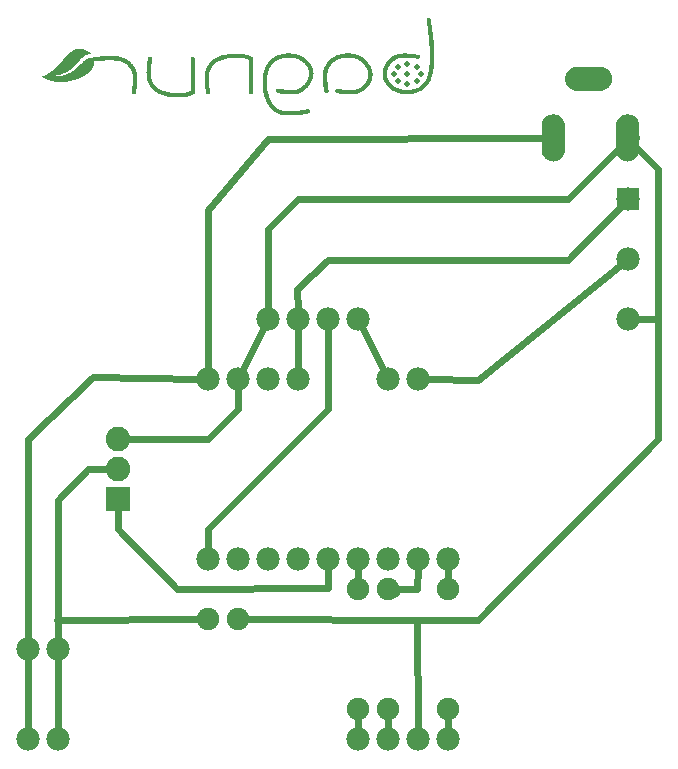
<source format=gbl>
G04 MADE WITH FRITZING*
G04 WWW.FRITZING.ORG*
G04 DOUBLE SIDED*
G04 HOLES PLATED*
G04 CONTOUR ON CENTER OF CONTOUR VECTOR*
%ASAXBY*%
%FSLAX23Y23*%
%MOIN*%
%OFA0B0*%
%SFA1.0B1.0*%
%ADD10C,0.078000*%
%ADD11C,0.019569*%
%ADD12C,0.078740*%
%ADD13C,0.075433*%
%ADD14C,0.082000*%
%ADD15C,0.075000*%
%ADD16R,0.082000X0.082000*%
%ADD17R,0.078000X0.078000*%
%ADD18C,0.024000*%
%ADD19R,0.001000X0.001000*%
%LNCOPPER0*%
G90*
G70*
G54D10*
X1573Y171D03*
X1473Y171D03*
X1373Y171D03*
X1273Y171D03*
X1573Y171D03*
X1473Y171D03*
X1373Y171D03*
X1273Y171D03*
X1273Y1571D03*
X1173Y1571D03*
X1073Y1571D03*
X973Y1571D03*
X1273Y1571D03*
X1173Y1571D03*
X1073Y1571D03*
X973Y1571D03*
X1473Y1371D03*
X1373Y1371D03*
X1473Y1371D03*
X1373Y1371D03*
X1573Y771D03*
X1473Y771D03*
X1373Y771D03*
X1273Y771D03*
X1173Y771D03*
X1073Y771D03*
X973Y771D03*
X873Y771D03*
X773Y771D03*
X1573Y771D03*
X1473Y771D03*
X1373Y771D03*
X1273Y771D03*
X1173Y771D03*
X1073Y771D03*
X973Y771D03*
X873Y771D03*
X773Y771D03*
X1073Y1371D03*
X973Y1371D03*
X873Y1371D03*
X773Y1371D03*
X1073Y1371D03*
X973Y1371D03*
X873Y1371D03*
X773Y1371D03*
X273Y471D03*
X173Y471D03*
X273Y471D03*
X173Y471D03*
X273Y171D03*
X173Y171D03*
X273Y171D03*
X173Y171D03*
G54D11*
X1438Y2355D03*
X1438Y2420D03*
X1482Y2387D03*
X1394Y2387D03*
X1469Y2410D03*
X1407Y2364D03*
X1407Y2410D03*
X1469Y2364D03*
X1438Y2387D03*
G54D12*
X1925Y2174D03*
X2173Y2174D03*
X2044Y2371D03*
G54D13*
X873Y571D03*
X773Y571D03*
G54D14*
X473Y971D03*
X473Y1071D03*
X473Y1171D03*
G54D15*
X1273Y671D03*
X1273Y271D03*
X1373Y671D03*
X1373Y271D03*
X1573Y671D03*
X1573Y271D03*
G54D10*
X2173Y1971D03*
X2173Y1771D03*
X2173Y1571D03*
G54D16*
X473Y971D03*
G54D17*
X2173Y1971D03*
G54D18*
X174Y1171D02*
X389Y1379D01*
D02*
X473Y872D02*
X473Y939D01*
D02*
X671Y670D02*
X473Y872D01*
D02*
X1172Y674D02*
X671Y670D01*
D02*
X173Y441D02*
X173Y201D01*
D02*
X272Y569D02*
X272Y501D01*
D02*
X1972Y1971D02*
X2152Y2152D01*
D02*
X2274Y2072D02*
X2195Y2152D01*
D02*
X1471Y670D02*
X1374Y670D01*
D02*
X1374Y670D02*
X1399Y659D01*
D02*
X2274Y1171D02*
X1673Y569D01*
D02*
X2274Y2072D02*
X2274Y1571D01*
D02*
X1673Y569D02*
X1471Y569D01*
D02*
X2274Y1571D02*
X2274Y1171D01*
D02*
X1471Y569D02*
X902Y571D01*
D02*
X1673Y1369D02*
X2173Y1771D01*
D02*
X441Y1070D02*
X372Y1070D01*
D02*
X772Y1171D02*
X505Y1171D01*
D02*
X873Y1272D02*
X772Y1171D01*
D02*
X744Y571D02*
X271Y569D01*
D02*
X272Y969D02*
X272Y569D01*
D02*
X372Y1070D02*
X272Y969D01*
D02*
X1895Y2174D02*
X972Y2171D01*
D02*
X972Y2171D02*
X772Y1935D01*
D02*
X2203Y1571D02*
X2274Y1571D01*
D02*
X173Y501D02*
X174Y1171D01*
D02*
X1473Y201D02*
X1471Y569D01*
D02*
X1573Y199D02*
X1573Y241D01*
D02*
X1373Y199D02*
X1373Y241D01*
D02*
X1273Y199D02*
X1273Y241D01*
D02*
X772Y872D02*
X1172Y1272D01*
D02*
X1172Y1272D02*
X1173Y1541D01*
D02*
X273Y201D02*
X273Y441D01*
D02*
X1972Y1769D02*
X1172Y1769D01*
D02*
X973Y1571D02*
X974Y1870D01*
D02*
X1172Y1769D02*
X1071Y1672D01*
D02*
X1073Y1970D02*
X1972Y1971D01*
D02*
X2173Y1971D02*
X1972Y1769D01*
D02*
X974Y1870D02*
X1073Y1970D01*
D02*
X1071Y1672D02*
X1072Y1601D01*
D02*
X1359Y1398D02*
X1286Y1544D01*
D02*
X1073Y1401D02*
X1073Y1541D01*
D02*
X959Y1544D02*
X886Y1398D01*
D02*
X873Y1272D02*
X873Y1341D01*
D02*
X389Y1379D02*
X743Y1371D01*
D02*
X772Y1935D02*
X773Y1401D01*
D02*
X1573Y741D02*
X1573Y699D01*
D02*
X1471Y670D02*
X1472Y741D01*
D02*
X1273Y741D02*
X1273Y699D01*
D02*
X1172Y674D02*
X1173Y741D01*
D02*
X772Y872D02*
X773Y801D01*
D02*
X1673Y1369D02*
X1503Y1370D01*
G54D19*
X1507Y2574D02*
X1511Y2574D01*
X1505Y2573D02*
X1513Y2573D01*
X1504Y2572D02*
X1514Y2572D01*
X1503Y2571D02*
X1515Y2571D01*
X1503Y2570D02*
X1515Y2570D01*
X1503Y2569D02*
X1516Y2569D01*
X1502Y2568D02*
X1516Y2568D01*
X1502Y2567D02*
X1516Y2567D01*
X1503Y2566D02*
X1516Y2566D01*
X1503Y2565D02*
X1516Y2565D01*
X1503Y2564D02*
X1516Y2564D01*
X1503Y2563D02*
X1517Y2563D01*
X1503Y2562D02*
X1517Y2562D01*
X1503Y2561D02*
X1517Y2561D01*
X1504Y2560D02*
X1517Y2560D01*
X1504Y2559D02*
X1517Y2559D01*
X1504Y2558D02*
X1517Y2558D01*
X1504Y2557D02*
X1518Y2557D01*
X1504Y2556D02*
X1518Y2556D01*
X1504Y2555D02*
X1518Y2555D01*
X1504Y2554D02*
X1518Y2554D01*
X1505Y2553D02*
X1518Y2553D01*
X1505Y2552D02*
X1518Y2552D01*
X1505Y2551D02*
X1518Y2551D01*
X1505Y2550D02*
X1519Y2550D01*
X1505Y2549D02*
X1519Y2549D01*
X1505Y2548D02*
X1519Y2548D01*
X1506Y2547D02*
X1519Y2547D01*
X1506Y2546D02*
X1519Y2546D01*
X1506Y2545D02*
X1519Y2545D01*
X1506Y2544D02*
X1520Y2544D01*
X1506Y2543D02*
X1520Y2543D01*
X1506Y2542D02*
X1520Y2542D01*
X1506Y2541D02*
X1520Y2541D01*
X1507Y2540D02*
X1520Y2540D01*
X1507Y2539D02*
X1520Y2539D01*
X1507Y2538D02*
X1520Y2538D01*
X1507Y2537D02*
X1520Y2537D01*
X1507Y2536D02*
X1521Y2536D01*
X1507Y2535D02*
X1521Y2535D01*
X1507Y2534D02*
X1521Y2534D01*
X1507Y2533D02*
X1521Y2533D01*
X1508Y2532D02*
X1521Y2532D01*
X1508Y2531D02*
X1521Y2531D01*
X1508Y2530D02*
X1521Y2530D01*
X1508Y2529D02*
X1521Y2529D01*
X1508Y2528D02*
X1522Y2528D01*
X1508Y2527D02*
X1522Y2527D01*
X1508Y2526D02*
X1522Y2526D01*
X1509Y2525D02*
X1522Y2525D01*
X1509Y2524D02*
X1522Y2524D01*
X1509Y2523D02*
X1522Y2523D01*
X1509Y2522D02*
X1522Y2522D01*
X1509Y2521D02*
X1522Y2521D01*
X1509Y2520D02*
X1523Y2520D01*
X1509Y2519D02*
X1523Y2519D01*
X1509Y2518D02*
X1523Y2518D01*
X1509Y2517D02*
X1523Y2517D01*
X1510Y2516D02*
X1523Y2516D01*
X1510Y2515D02*
X1523Y2515D01*
X1510Y2514D02*
X1523Y2514D01*
X1510Y2513D02*
X1523Y2513D01*
X1510Y2512D02*
X1523Y2512D01*
X1510Y2511D02*
X1523Y2511D01*
X1510Y2510D02*
X1524Y2510D01*
X1510Y2509D02*
X1524Y2509D01*
X1510Y2508D02*
X1524Y2508D01*
X1511Y2507D02*
X1524Y2507D01*
X1511Y2506D02*
X1524Y2506D01*
X1511Y2505D02*
X1524Y2505D01*
X1511Y2504D02*
X1524Y2504D01*
X1511Y2503D02*
X1524Y2503D01*
X1511Y2502D02*
X1524Y2502D01*
X1511Y2501D02*
X1524Y2501D01*
X1511Y2500D02*
X1524Y2500D01*
X1511Y2499D02*
X1525Y2499D01*
X1511Y2498D02*
X1525Y2498D01*
X1511Y2497D02*
X1525Y2497D01*
X1511Y2496D02*
X1525Y2496D01*
X1512Y2495D02*
X1525Y2495D01*
X1512Y2494D02*
X1525Y2494D01*
X1512Y2493D02*
X1525Y2493D01*
X1512Y2492D02*
X1525Y2492D01*
X1512Y2491D02*
X1525Y2491D01*
X1512Y2490D02*
X1525Y2490D01*
X1512Y2489D02*
X1525Y2489D01*
X1512Y2488D02*
X1525Y2488D01*
X1512Y2487D02*
X1525Y2487D01*
X1512Y2486D02*
X1526Y2486D01*
X1512Y2485D02*
X1526Y2485D01*
X1512Y2484D02*
X1526Y2484D01*
X1512Y2483D02*
X1526Y2483D01*
X1513Y2482D02*
X1526Y2482D01*
X1513Y2481D02*
X1526Y2481D01*
X1513Y2480D02*
X1526Y2480D01*
X1513Y2479D02*
X1526Y2479D01*
X1513Y2478D02*
X1526Y2478D01*
X1513Y2477D02*
X1526Y2477D01*
X1513Y2476D02*
X1526Y2476D01*
X1513Y2475D02*
X1526Y2475D01*
X1513Y2474D02*
X1526Y2474D01*
X1513Y2473D02*
X1526Y2473D01*
X1513Y2472D02*
X1526Y2472D01*
X340Y2471D02*
X352Y2471D01*
X1513Y2471D02*
X1526Y2471D01*
X335Y2470D02*
X357Y2470D01*
X1513Y2470D02*
X1526Y2470D01*
X332Y2469D02*
X361Y2469D01*
X1513Y2469D02*
X1526Y2469D01*
X329Y2468D02*
X364Y2468D01*
X1513Y2468D02*
X1526Y2468D01*
X326Y2467D02*
X366Y2467D01*
X1513Y2467D02*
X1526Y2467D01*
X325Y2466D02*
X368Y2466D01*
X1513Y2466D02*
X1527Y2466D01*
X323Y2465D02*
X370Y2465D01*
X1513Y2465D02*
X1527Y2465D01*
X321Y2464D02*
X372Y2464D01*
X1513Y2464D02*
X1527Y2464D01*
X320Y2463D02*
X374Y2463D01*
X1513Y2463D02*
X1527Y2463D01*
X318Y2462D02*
X375Y2462D01*
X1513Y2462D02*
X1527Y2462D01*
X317Y2461D02*
X377Y2461D01*
X1513Y2461D02*
X1527Y2461D01*
X316Y2460D02*
X378Y2460D01*
X1514Y2460D02*
X1527Y2460D01*
X314Y2459D02*
X380Y2459D01*
X1514Y2459D02*
X1527Y2459D01*
X313Y2458D02*
X381Y2458D01*
X1514Y2458D02*
X1527Y2458D01*
X312Y2457D02*
X382Y2457D01*
X1514Y2457D02*
X1527Y2457D01*
X311Y2456D02*
X384Y2456D01*
X1035Y2456D02*
X1051Y2456D01*
X1232Y2456D02*
X1249Y2456D01*
X1425Y2456D02*
X1435Y2456D01*
X1514Y2456D02*
X1527Y2456D01*
X310Y2455D02*
X385Y2455D01*
X850Y2455D02*
X884Y2455D01*
X1026Y2455D02*
X1059Y2455D01*
X1224Y2455D02*
X1257Y2455D01*
X1413Y2455D02*
X1451Y2455D01*
X1514Y2455D02*
X1527Y2455D01*
X309Y2454D02*
X380Y2454D01*
X842Y2454D02*
X891Y2454D01*
X1021Y2454D02*
X1065Y2454D01*
X1219Y2454D02*
X1262Y2454D01*
X1407Y2454D02*
X1460Y2454D01*
X1514Y2454D02*
X1527Y2454D01*
X308Y2453D02*
X373Y2453D01*
X836Y2453D02*
X897Y2453D01*
X1017Y2453D02*
X1069Y2453D01*
X1214Y2453D02*
X1266Y2453D01*
X1403Y2453D02*
X1468Y2453D01*
X1514Y2453D02*
X1527Y2453D01*
X307Y2452D02*
X370Y2452D01*
X831Y2452D02*
X901Y2452D01*
X1013Y2452D02*
X1073Y2452D01*
X1211Y2452D02*
X1270Y2452D01*
X1400Y2452D02*
X1474Y2452D01*
X1514Y2452D02*
X1527Y2452D01*
X306Y2451D02*
X367Y2451D01*
X827Y2451D02*
X905Y2451D01*
X1010Y2451D02*
X1076Y2451D01*
X1208Y2451D02*
X1273Y2451D01*
X1398Y2451D02*
X1477Y2451D01*
X1514Y2451D02*
X1527Y2451D01*
X305Y2450D02*
X365Y2450D01*
X823Y2450D02*
X908Y2450D01*
X1007Y2450D02*
X1078Y2450D01*
X1205Y2450D02*
X1276Y2450D01*
X1396Y2450D02*
X1478Y2450D01*
X1514Y2450D02*
X1527Y2450D01*
X304Y2449D02*
X363Y2449D01*
X819Y2449D02*
X910Y2449D01*
X1005Y2449D02*
X1081Y2449D01*
X1202Y2449D02*
X1278Y2449D01*
X1394Y2449D02*
X1479Y2449D01*
X1514Y2449D02*
X1527Y2449D01*
X303Y2448D02*
X361Y2448D01*
X816Y2448D02*
X913Y2448D01*
X1002Y2448D02*
X1083Y2448D01*
X1200Y2448D02*
X1280Y2448D01*
X1392Y2448D02*
X1479Y2448D01*
X1514Y2448D02*
X1527Y2448D01*
X302Y2447D02*
X360Y2447D01*
X425Y2447D02*
X468Y2447D01*
X813Y2447D02*
X915Y2447D01*
X1000Y2447D02*
X1085Y2447D01*
X1198Y2447D02*
X1282Y2447D01*
X1391Y2447D02*
X1480Y2447D01*
X1514Y2447D02*
X1527Y2447D01*
X301Y2446D02*
X359Y2446D01*
X414Y2446D02*
X475Y2446D01*
X811Y2446D02*
X917Y2446D01*
X998Y2446D02*
X1087Y2446D01*
X1196Y2446D02*
X1284Y2446D01*
X1389Y2446D02*
X1480Y2446D01*
X1514Y2446D02*
X1527Y2446D01*
X300Y2445D02*
X357Y2445D01*
X405Y2445D02*
X480Y2445D01*
X578Y2445D02*
X582Y2445D01*
X722Y2445D02*
X725Y2445D01*
X808Y2445D02*
X919Y2445D01*
X997Y2445D02*
X1089Y2445D01*
X1194Y2445D02*
X1286Y2445D01*
X1388Y2445D02*
X1480Y2445D01*
X1514Y2445D02*
X1527Y2445D01*
X299Y2444D02*
X356Y2444D01*
X397Y2444D02*
X485Y2444D01*
X576Y2444D02*
X584Y2444D01*
X720Y2444D02*
X727Y2444D01*
X806Y2444D02*
X921Y2444D01*
X995Y2444D02*
X1091Y2444D01*
X1193Y2444D02*
X1287Y2444D01*
X1386Y2444D02*
X1480Y2444D01*
X1514Y2444D02*
X1527Y2444D01*
X298Y2443D02*
X355Y2443D01*
X390Y2443D02*
X488Y2443D01*
X575Y2443D02*
X585Y2443D01*
X719Y2443D02*
X728Y2443D01*
X804Y2443D02*
X922Y2443D01*
X994Y2443D02*
X1092Y2443D01*
X1191Y2443D02*
X1289Y2443D01*
X1385Y2443D02*
X1480Y2443D01*
X1514Y2443D02*
X1527Y2443D01*
X297Y2442D02*
X354Y2442D01*
X384Y2442D02*
X491Y2442D01*
X575Y2442D02*
X586Y2442D01*
X718Y2442D02*
X729Y2442D01*
X801Y2442D02*
X923Y2442D01*
X992Y2442D02*
X1036Y2442D01*
X1050Y2442D02*
X1094Y2442D01*
X1189Y2442D02*
X1233Y2442D01*
X1248Y2442D02*
X1290Y2442D01*
X1384Y2442D02*
X1479Y2442D01*
X1514Y2442D02*
X1527Y2442D01*
X297Y2441D02*
X353Y2441D01*
X380Y2441D02*
X493Y2441D01*
X574Y2441D02*
X586Y2441D01*
X718Y2441D02*
X730Y2441D01*
X800Y2441D02*
X850Y2441D01*
X884Y2441D02*
X923Y2441D01*
X991Y2441D02*
X1028Y2441D01*
X1058Y2441D02*
X1095Y2441D01*
X1188Y2441D02*
X1225Y2441D01*
X1256Y2441D02*
X1291Y2441D01*
X1383Y2441D02*
X1415Y2441D01*
X1449Y2441D02*
X1479Y2441D01*
X1514Y2441D02*
X1527Y2441D01*
X296Y2440D02*
X352Y2440D01*
X377Y2440D02*
X495Y2440D01*
X574Y2440D02*
X587Y2440D01*
X717Y2440D02*
X730Y2440D01*
X798Y2440D02*
X843Y2440D01*
X891Y2440D02*
X924Y2440D01*
X989Y2440D02*
X1023Y2440D01*
X1063Y2440D02*
X1096Y2440D01*
X1187Y2440D02*
X1220Y2440D01*
X1261Y2440D02*
X1293Y2440D01*
X1382Y2440D02*
X1409Y2440D01*
X1458Y2440D02*
X1478Y2440D01*
X1514Y2440D02*
X1527Y2440D01*
X295Y2439D02*
X351Y2439D01*
X375Y2439D02*
X497Y2439D01*
X573Y2439D02*
X587Y2439D01*
X717Y2439D02*
X730Y2439D01*
X796Y2439D02*
X837Y2439D01*
X896Y2439D02*
X924Y2439D01*
X988Y2439D02*
X1019Y2439D01*
X1067Y2439D02*
X1098Y2439D01*
X1185Y2439D02*
X1216Y2439D01*
X1264Y2439D02*
X1294Y2439D01*
X1381Y2439D02*
X1406Y2439D01*
X1466Y2439D02*
X1477Y2439D01*
X1514Y2439D02*
X1527Y2439D01*
X294Y2438D02*
X350Y2438D01*
X373Y2438D02*
X499Y2438D01*
X573Y2438D02*
X587Y2438D01*
X717Y2438D02*
X730Y2438D01*
X795Y2438D02*
X833Y2438D01*
X900Y2438D02*
X924Y2438D01*
X987Y2438D02*
X1015Y2438D01*
X1070Y2438D02*
X1099Y2438D01*
X1184Y2438D02*
X1213Y2438D01*
X1268Y2438D02*
X1295Y2438D01*
X1380Y2438D02*
X1403Y2438D01*
X1472Y2438D02*
X1474Y2438D01*
X1513Y2438D02*
X1527Y2438D01*
X293Y2437D02*
X349Y2437D01*
X371Y2437D02*
X501Y2437D01*
X573Y2437D02*
X587Y2437D01*
X717Y2437D02*
X730Y2437D01*
X794Y2437D02*
X829Y2437D01*
X903Y2437D02*
X924Y2437D01*
X986Y2437D02*
X1013Y2437D01*
X1073Y2437D02*
X1100Y2437D01*
X1183Y2437D02*
X1210Y2437D01*
X1270Y2437D02*
X1296Y2437D01*
X1379Y2437D02*
X1401Y2437D01*
X1513Y2437D02*
X1527Y2437D01*
X292Y2436D02*
X348Y2436D01*
X369Y2436D02*
X503Y2436D01*
X573Y2436D02*
X587Y2436D01*
X717Y2436D02*
X730Y2436D01*
X792Y2436D02*
X825Y2436D01*
X906Y2436D02*
X924Y2436D01*
X984Y2436D02*
X1010Y2436D01*
X1076Y2436D02*
X1101Y2436D01*
X1182Y2436D02*
X1207Y2436D01*
X1273Y2436D02*
X1297Y2436D01*
X1378Y2436D02*
X1399Y2436D01*
X1513Y2436D02*
X1527Y2436D01*
X291Y2435D02*
X347Y2435D01*
X368Y2435D02*
X504Y2435D01*
X573Y2435D02*
X586Y2435D01*
X717Y2435D02*
X730Y2435D01*
X791Y2435D02*
X822Y2435D01*
X908Y2435D02*
X924Y2435D01*
X983Y2435D02*
X1007Y2435D01*
X1078Y2435D02*
X1102Y2435D01*
X1181Y2435D02*
X1205Y2435D01*
X1275Y2435D02*
X1298Y2435D01*
X1377Y2435D02*
X1397Y2435D01*
X1513Y2435D02*
X1527Y2435D01*
X290Y2434D02*
X346Y2434D01*
X366Y2434D02*
X506Y2434D01*
X573Y2434D02*
X586Y2434D01*
X717Y2434D02*
X730Y2434D01*
X790Y2434D02*
X818Y2434D01*
X910Y2434D02*
X924Y2434D01*
X982Y2434D02*
X1005Y2434D01*
X1080Y2434D02*
X1103Y2434D01*
X1180Y2434D02*
X1203Y2434D01*
X1277Y2434D02*
X1299Y2434D01*
X1376Y2434D02*
X1396Y2434D01*
X1513Y2434D02*
X1527Y2434D01*
X290Y2433D02*
X346Y2433D01*
X365Y2433D02*
X429Y2433D01*
X462Y2433D02*
X507Y2433D01*
X573Y2433D02*
X586Y2433D01*
X717Y2433D02*
X730Y2433D01*
X788Y2433D02*
X816Y2433D01*
X911Y2433D02*
X924Y2433D01*
X981Y2433D02*
X1003Y2433D01*
X1082Y2433D02*
X1104Y2433D01*
X1179Y2433D02*
X1201Y2433D01*
X1279Y2433D02*
X1300Y2433D01*
X1375Y2433D02*
X1395Y2433D01*
X1513Y2433D02*
X1527Y2433D01*
X289Y2432D02*
X345Y2432D01*
X363Y2432D02*
X417Y2432D01*
X471Y2432D02*
X509Y2432D01*
X572Y2432D02*
X586Y2432D01*
X717Y2432D02*
X730Y2432D01*
X787Y2432D02*
X813Y2432D01*
X911Y2432D02*
X924Y2432D01*
X980Y2432D02*
X1002Y2432D01*
X1084Y2432D02*
X1105Y2432D01*
X1178Y2432D02*
X1199Y2432D01*
X1280Y2432D02*
X1301Y2432D01*
X1374Y2432D02*
X1393Y2432D01*
X1513Y2432D02*
X1526Y2432D01*
X288Y2431D02*
X344Y2431D01*
X362Y2431D02*
X407Y2431D01*
X478Y2431D02*
X510Y2431D01*
X572Y2431D02*
X586Y2431D01*
X717Y2431D02*
X730Y2431D01*
X786Y2431D02*
X811Y2431D01*
X911Y2431D02*
X924Y2431D01*
X979Y2431D02*
X1000Y2431D01*
X1086Y2431D02*
X1106Y2431D01*
X1177Y2431D02*
X1198Y2431D01*
X1282Y2431D02*
X1302Y2431D01*
X1373Y2431D02*
X1392Y2431D01*
X1513Y2431D02*
X1526Y2431D01*
X287Y2430D02*
X343Y2430D01*
X361Y2430D02*
X400Y2430D01*
X482Y2430D02*
X511Y2430D01*
X572Y2430D02*
X586Y2430D01*
X717Y2430D02*
X730Y2430D01*
X785Y2430D02*
X808Y2430D01*
X911Y2430D02*
X924Y2430D01*
X978Y2430D02*
X999Y2430D01*
X1087Y2430D02*
X1107Y2430D01*
X1176Y2430D02*
X1196Y2430D01*
X1283Y2430D02*
X1303Y2430D01*
X1372Y2430D02*
X1391Y2430D01*
X1513Y2430D02*
X1526Y2430D01*
X286Y2429D02*
X342Y2429D01*
X359Y2429D02*
X394Y2429D01*
X485Y2429D02*
X512Y2429D01*
X572Y2429D02*
X585Y2429D01*
X717Y2429D02*
X730Y2429D01*
X784Y2429D02*
X806Y2429D01*
X911Y2429D02*
X924Y2429D01*
X978Y2429D02*
X997Y2429D01*
X1088Y2429D02*
X1108Y2429D01*
X1175Y2429D02*
X1195Y2429D01*
X1285Y2429D02*
X1304Y2429D01*
X1372Y2429D02*
X1390Y2429D01*
X1513Y2429D02*
X1526Y2429D01*
X285Y2428D02*
X341Y2428D01*
X358Y2428D02*
X394Y2428D01*
X488Y2428D02*
X513Y2428D01*
X572Y2428D02*
X585Y2428D01*
X717Y2428D02*
X730Y2428D01*
X783Y2428D02*
X805Y2428D01*
X911Y2428D02*
X924Y2428D01*
X977Y2428D02*
X996Y2428D01*
X1090Y2428D02*
X1109Y2428D01*
X1174Y2428D02*
X1193Y2428D01*
X1286Y2428D02*
X1305Y2428D01*
X1371Y2428D02*
X1389Y2428D01*
X1513Y2428D02*
X1526Y2428D01*
X284Y2427D02*
X340Y2427D01*
X357Y2427D02*
X394Y2427D01*
X490Y2427D02*
X515Y2427D01*
X572Y2427D02*
X585Y2427D01*
X717Y2427D02*
X730Y2427D01*
X782Y2427D02*
X803Y2427D01*
X911Y2427D02*
X924Y2427D01*
X976Y2427D02*
X995Y2427D01*
X1091Y2427D02*
X1110Y2427D01*
X1173Y2427D02*
X1192Y2427D01*
X1287Y2427D02*
X1305Y2427D01*
X1370Y2427D02*
X1388Y2427D01*
X1513Y2427D02*
X1526Y2427D01*
X284Y2426D02*
X340Y2426D01*
X356Y2426D02*
X394Y2426D01*
X492Y2426D02*
X516Y2426D01*
X572Y2426D02*
X585Y2426D01*
X717Y2426D02*
X730Y2426D01*
X781Y2426D02*
X801Y2426D01*
X911Y2426D02*
X924Y2426D01*
X975Y2426D02*
X993Y2426D01*
X1092Y2426D02*
X1111Y2426D01*
X1172Y2426D02*
X1191Y2426D01*
X1288Y2426D02*
X1306Y2426D01*
X1369Y2426D02*
X1387Y2426D01*
X1513Y2426D02*
X1526Y2426D01*
X283Y2425D02*
X339Y2425D01*
X355Y2425D02*
X394Y2425D01*
X494Y2425D02*
X517Y2425D01*
X572Y2425D02*
X585Y2425D01*
X717Y2425D02*
X730Y2425D01*
X780Y2425D02*
X800Y2425D01*
X911Y2425D02*
X924Y2425D01*
X974Y2425D02*
X992Y2425D01*
X1093Y2425D02*
X1111Y2425D01*
X1172Y2425D02*
X1190Y2425D01*
X1289Y2425D02*
X1307Y2425D01*
X1369Y2425D02*
X1386Y2425D01*
X1513Y2425D02*
X1526Y2425D01*
X282Y2424D02*
X338Y2424D01*
X354Y2424D02*
X393Y2424D01*
X496Y2424D02*
X518Y2424D01*
X571Y2424D02*
X585Y2424D01*
X717Y2424D02*
X730Y2424D01*
X779Y2424D02*
X799Y2424D01*
X911Y2424D02*
X924Y2424D01*
X974Y2424D02*
X991Y2424D01*
X1094Y2424D02*
X1112Y2424D01*
X1171Y2424D02*
X1189Y2424D01*
X1290Y2424D02*
X1308Y2424D01*
X1368Y2424D02*
X1385Y2424D01*
X1513Y2424D02*
X1526Y2424D01*
X281Y2423D02*
X337Y2423D01*
X353Y2423D02*
X393Y2423D01*
X497Y2423D02*
X518Y2423D01*
X571Y2423D02*
X585Y2423D01*
X717Y2423D02*
X730Y2423D01*
X779Y2423D02*
X797Y2423D01*
X911Y2423D02*
X924Y2423D01*
X973Y2423D02*
X990Y2423D01*
X1096Y2423D02*
X1113Y2423D01*
X1170Y2423D02*
X1188Y2423D01*
X1291Y2423D02*
X1308Y2423D01*
X1367Y2423D02*
X1384Y2423D01*
X1513Y2423D02*
X1526Y2423D01*
X280Y2422D02*
X336Y2422D01*
X352Y2422D02*
X393Y2422D01*
X499Y2422D02*
X519Y2422D01*
X571Y2422D02*
X585Y2422D01*
X717Y2422D02*
X730Y2422D01*
X778Y2422D02*
X796Y2422D01*
X911Y2422D02*
X924Y2422D01*
X972Y2422D02*
X989Y2422D01*
X1096Y2422D02*
X1114Y2422D01*
X1169Y2422D02*
X1187Y2422D01*
X1292Y2422D02*
X1309Y2422D01*
X1367Y2422D02*
X1383Y2422D01*
X1513Y2422D02*
X1526Y2422D01*
X279Y2421D02*
X335Y2421D01*
X350Y2421D02*
X393Y2421D01*
X500Y2421D02*
X520Y2421D01*
X571Y2421D02*
X585Y2421D01*
X717Y2421D02*
X730Y2421D01*
X777Y2421D02*
X795Y2421D01*
X911Y2421D02*
X924Y2421D01*
X971Y2421D02*
X988Y2421D01*
X1097Y2421D02*
X1114Y2421D01*
X1169Y2421D02*
X1186Y2421D01*
X1293Y2421D02*
X1310Y2421D01*
X1366Y2421D02*
X1382Y2421D01*
X1513Y2421D02*
X1526Y2421D01*
X278Y2420D02*
X334Y2420D01*
X349Y2420D02*
X393Y2420D01*
X502Y2420D02*
X521Y2420D01*
X571Y2420D02*
X584Y2420D01*
X717Y2420D02*
X730Y2420D01*
X776Y2420D02*
X794Y2420D01*
X911Y2420D02*
X924Y2420D01*
X971Y2420D02*
X987Y2420D01*
X1098Y2420D02*
X1115Y2420D01*
X1168Y2420D02*
X1185Y2420D01*
X1294Y2420D02*
X1310Y2420D01*
X1365Y2420D02*
X1381Y2420D01*
X1513Y2420D02*
X1526Y2420D01*
X277Y2419D02*
X334Y2419D01*
X348Y2419D02*
X393Y2419D01*
X503Y2419D02*
X522Y2419D01*
X571Y2419D02*
X584Y2419D01*
X717Y2419D02*
X730Y2419D01*
X776Y2419D02*
X793Y2419D01*
X911Y2419D02*
X924Y2419D01*
X970Y2419D02*
X986Y2419D01*
X1099Y2419D02*
X1116Y2419D01*
X1167Y2419D02*
X1184Y2419D01*
X1295Y2419D02*
X1311Y2419D01*
X1365Y2419D02*
X1381Y2419D01*
X1513Y2419D02*
X1526Y2419D01*
X276Y2418D02*
X333Y2418D01*
X347Y2418D02*
X392Y2418D01*
X504Y2418D02*
X523Y2418D01*
X571Y2418D02*
X584Y2418D01*
X717Y2418D02*
X730Y2418D01*
X775Y2418D02*
X792Y2418D01*
X911Y2418D02*
X924Y2418D01*
X969Y2418D02*
X986Y2418D01*
X1100Y2418D02*
X1116Y2418D01*
X1167Y2418D02*
X1183Y2418D01*
X1296Y2418D02*
X1312Y2418D01*
X1364Y2418D02*
X1380Y2418D01*
X1512Y2418D02*
X1526Y2418D01*
X276Y2417D02*
X332Y2417D01*
X346Y2417D02*
X392Y2417D01*
X505Y2417D02*
X523Y2417D01*
X571Y2417D02*
X584Y2417D01*
X717Y2417D02*
X730Y2417D01*
X774Y2417D02*
X791Y2417D01*
X911Y2417D02*
X924Y2417D01*
X969Y2417D02*
X985Y2417D01*
X1101Y2417D02*
X1117Y2417D01*
X1166Y2417D02*
X1182Y2417D01*
X1296Y2417D02*
X1312Y2417D01*
X1364Y2417D02*
X1379Y2417D01*
X1512Y2417D02*
X1526Y2417D01*
X275Y2416D02*
X331Y2416D01*
X345Y2416D02*
X392Y2416D01*
X506Y2416D02*
X524Y2416D01*
X571Y2416D02*
X584Y2416D01*
X717Y2416D02*
X730Y2416D01*
X774Y2416D02*
X790Y2416D01*
X911Y2416D02*
X924Y2416D01*
X968Y2416D02*
X984Y2416D01*
X1101Y2416D02*
X1117Y2416D01*
X1166Y2416D02*
X1182Y2416D01*
X1297Y2416D02*
X1313Y2416D01*
X1363Y2416D02*
X1379Y2416D01*
X1512Y2416D02*
X1526Y2416D01*
X274Y2415D02*
X330Y2415D01*
X344Y2415D02*
X391Y2415D01*
X507Y2415D02*
X525Y2415D01*
X571Y2415D02*
X584Y2415D01*
X717Y2415D02*
X730Y2415D01*
X773Y2415D02*
X789Y2415D01*
X911Y2415D02*
X924Y2415D01*
X968Y2415D02*
X983Y2415D01*
X1102Y2415D02*
X1118Y2415D01*
X1165Y2415D02*
X1181Y2415D01*
X1298Y2415D02*
X1313Y2415D01*
X1362Y2415D02*
X1378Y2415D01*
X1512Y2415D02*
X1525Y2415D01*
X273Y2414D02*
X329Y2414D01*
X343Y2414D02*
X391Y2414D01*
X508Y2414D02*
X526Y2414D01*
X570Y2414D02*
X584Y2414D01*
X717Y2414D02*
X730Y2414D01*
X772Y2414D02*
X788Y2414D01*
X911Y2414D02*
X924Y2414D01*
X967Y2414D02*
X983Y2414D01*
X1103Y2414D02*
X1118Y2414D01*
X1165Y2414D02*
X1180Y2414D01*
X1298Y2414D02*
X1314Y2414D01*
X1362Y2414D02*
X1377Y2414D01*
X1512Y2414D02*
X1525Y2414D01*
X272Y2413D02*
X328Y2413D01*
X342Y2413D02*
X391Y2413D01*
X509Y2413D02*
X526Y2413D01*
X570Y2413D02*
X584Y2413D01*
X717Y2413D02*
X730Y2413D01*
X772Y2413D02*
X788Y2413D01*
X911Y2413D02*
X924Y2413D01*
X967Y2413D02*
X982Y2413D01*
X1104Y2413D02*
X1119Y2413D01*
X1164Y2413D02*
X1179Y2413D01*
X1299Y2413D02*
X1315Y2413D01*
X1362Y2413D02*
X1377Y2413D01*
X1512Y2413D02*
X1525Y2413D01*
X271Y2412D02*
X327Y2412D01*
X341Y2412D02*
X390Y2412D01*
X510Y2412D02*
X527Y2412D01*
X570Y2412D02*
X584Y2412D01*
X717Y2412D02*
X730Y2412D01*
X771Y2412D02*
X787Y2412D01*
X911Y2412D02*
X924Y2412D01*
X966Y2412D02*
X981Y2412D01*
X1104Y2412D02*
X1119Y2412D01*
X1164Y2412D02*
X1179Y2412D01*
X1300Y2412D02*
X1315Y2412D01*
X1361Y2412D02*
X1376Y2412D01*
X1512Y2412D02*
X1525Y2412D01*
X270Y2411D02*
X326Y2411D01*
X340Y2411D02*
X390Y2411D01*
X511Y2411D02*
X528Y2411D01*
X570Y2411D02*
X584Y2411D01*
X717Y2411D02*
X730Y2411D01*
X771Y2411D02*
X786Y2411D01*
X911Y2411D02*
X924Y2411D01*
X966Y2411D02*
X981Y2411D01*
X1105Y2411D02*
X1120Y2411D01*
X1163Y2411D02*
X1178Y2411D01*
X1300Y2411D02*
X1316Y2411D01*
X1361Y2411D02*
X1376Y2411D01*
X1512Y2411D02*
X1525Y2411D01*
X269Y2410D02*
X325Y2410D01*
X339Y2410D02*
X389Y2410D01*
X512Y2410D02*
X528Y2410D01*
X570Y2410D02*
X583Y2410D01*
X717Y2410D02*
X730Y2410D01*
X770Y2410D02*
X786Y2410D01*
X911Y2410D02*
X924Y2410D01*
X965Y2410D02*
X980Y2410D01*
X1105Y2410D02*
X1120Y2410D01*
X1163Y2410D02*
X1178Y2410D01*
X1301Y2410D02*
X1316Y2410D01*
X1360Y2410D02*
X1375Y2410D01*
X1512Y2410D02*
X1525Y2410D01*
X1996Y2410D02*
X2089Y2410D01*
X268Y2409D02*
X324Y2409D01*
X338Y2409D02*
X389Y2409D01*
X512Y2409D02*
X529Y2409D01*
X570Y2409D02*
X583Y2409D01*
X717Y2409D02*
X730Y2409D01*
X770Y2409D02*
X785Y2409D01*
X911Y2409D02*
X924Y2409D01*
X965Y2409D02*
X980Y2409D01*
X1106Y2409D02*
X1121Y2409D01*
X1162Y2409D02*
X1177Y2409D01*
X1301Y2409D02*
X1316Y2409D01*
X1360Y2409D02*
X1374Y2409D01*
X1512Y2409D02*
X1525Y2409D01*
X1992Y2409D02*
X2093Y2409D01*
X267Y2408D02*
X323Y2408D01*
X336Y2408D02*
X389Y2408D01*
X513Y2408D02*
X529Y2408D01*
X570Y2408D02*
X583Y2408D01*
X717Y2408D02*
X730Y2408D01*
X769Y2408D02*
X784Y2408D01*
X911Y2408D02*
X924Y2408D01*
X964Y2408D02*
X979Y2408D01*
X1106Y2408D02*
X1121Y2408D01*
X1162Y2408D02*
X1177Y2408D01*
X1302Y2408D02*
X1317Y2408D01*
X1359Y2408D02*
X1374Y2408D01*
X1511Y2408D02*
X1525Y2408D01*
X1989Y2408D02*
X2096Y2408D01*
X266Y2407D02*
X321Y2407D01*
X335Y2407D02*
X388Y2407D01*
X514Y2407D02*
X530Y2407D01*
X570Y2407D02*
X583Y2407D01*
X717Y2407D02*
X730Y2407D01*
X769Y2407D02*
X784Y2407D01*
X911Y2407D02*
X924Y2407D01*
X964Y2407D02*
X979Y2407D01*
X1107Y2407D02*
X1121Y2407D01*
X1161Y2407D02*
X1176Y2407D01*
X1303Y2407D02*
X1317Y2407D01*
X1359Y2407D02*
X1374Y2407D01*
X1511Y2407D02*
X1525Y2407D01*
X1987Y2407D02*
X2098Y2407D01*
X265Y2406D02*
X320Y2406D01*
X334Y2406D02*
X387Y2406D01*
X515Y2406D02*
X530Y2406D01*
X570Y2406D02*
X583Y2406D01*
X717Y2406D02*
X730Y2406D01*
X768Y2406D02*
X783Y2406D01*
X911Y2406D02*
X924Y2406D01*
X964Y2406D02*
X978Y2406D01*
X1107Y2406D02*
X1122Y2406D01*
X1161Y2406D02*
X1176Y2406D01*
X1303Y2406D02*
X1318Y2406D01*
X1359Y2406D02*
X1373Y2406D01*
X1511Y2406D02*
X1525Y2406D01*
X1985Y2406D02*
X2100Y2406D01*
X263Y2405D02*
X319Y2405D01*
X333Y2405D02*
X387Y2405D01*
X515Y2405D02*
X531Y2405D01*
X570Y2405D02*
X583Y2405D01*
X717Y2405D02*
X730Y2405D01*
X768Y2405D02*
X783Y2405D01*
X911Y2405D02*
X924Y2405D01*
X963Y2405D02*
X978Y2405D01*
X1108Y2405D02*
X1122Y2405D01*
X1161Y2405D02*
X1175Y2405D01*
X1304Y2405D02*
X1318Y2405D01*
X1358Y2405D02*
X1373Y2405D01*
X1511Y2405D02*
X1524Y2405D01*
X1983Y2405D02*
X2102Y2405D01*
X262Y2404D02*
X318Y2404D01*
X332Y2404D02*
X386Y2404D01*
X516Y2404D02*
X531Y2404D01*
X570Y2404D02*
X583Y2404D01*
X717Y2404D02*
X730Y2404D01*
X767Y2404D02*
X782Y2404D01*
X911Y2404D02*
X924Y2404D01*
X963Y2404D02*
X977Y2404D01*
X1108Y2404D02*
X1122Y2404D01*
X1160Y2404D02*
X1175Y2404D01*
X1304Y2404D02*
X1318Y2404D01*
X1358Y2404D02*
X1372Y2404D01*
X1511Y2404D02*
X1524Y2404D01*
X1982Y2404D02*
X2104Y2404D01*
X261Y2403D02*
X317Y2403D01*
X331Y2403D02*
X386Y2403D01*
X517Y2403D02*
X532Y2403D01*
X570Y2403D02*
X583Y2403D01*
X717Y2403D02*
X730Y2403D01*
X767Y2403D02*
X782Y2403D01*
X911Y2403D02*
X924Y2403D01*
X963Y2403D02*
X977Y2403D01*
X1109Y2403D02*
X1123Y2403D01*
X1160Y2403D02*
X1174Y2403D01*
X1304Y2403D02*
X1319Y2403D01*
X1358Y2403D02*
X1372Y2403D01*
X1511Y2403D02*
X1524Y2403D01*
X1980Y2403D02*
X2105Y2403D01*
X260Y2402D02*
X315Y2402D01*
X329Y2402D02*
X385Y2402D01*
X517Y2402D02*
X532Y2402D01*
X570Y2402D02*
X583Y2402D01*
X717Y2402D02*
X730Y2402D01*
X767Y2402D02*
X781Y2402D01*
X911Y2402D02*
X924Y2402D01*
X962Y2402D02*
X977Y2402D01*
X1109Y2402D02*
X1123Y2402D01*
X1160Y2402D02*
X1174Y2402D01*
X1305Y2402D02*
X1319Y2402D01*
X1357Y2402D02*
X1371Y2402D01*
X1511Y2402D02*
X1524Y2402D01*
X1979Y2402D02*
X2106Y2402D01*
X259Y2401D02*
X314Y2401D01*
X328Y2401D02*
X384Y2401D01*
X518Y2401D02*
X533Y2401D01*
X570Y2401D02*
X583Y2401D01*
X717Y2401D02*
X730Y2401D01*
X766Y2401D02*
X781Y2401D01*
X911Y2401D02*
X924Y2401D01*
X962Y2401D02*
X976Y2401D01*
X1109Y2401D02*
X1123Y2401D01*
X1160Y2401D02*
X1174Y2401D01*
X1305Y2401D02*
X1319Y2401D01*
X1357Y2401D02*
X1371Y2401D01*
X1510Y2401D02*
X1524Y2401D01*
X1978Y2401D02*
X2107Y2401D01*
X258Y2400D02*
X312Y2400D01*
X327Y2400D02*
X383Y2400D01*
X518Y2400D02*
X533Y2400D01*
X570Y2400D02*
X583Y2400D01*
X717Y2400D02*
X730Y2400D01*
X766Y2400D02*
X780Y2400D01*
X911Y2400D02*
X924Y2400D01*
X962Y2400D02*
X976Y2400D01*
X1110Y2400D02*
X1123Y2400D01*
X1160Y2400D02*
X1173Y2400D01*
X1306Y2400D02*
X1320Y2400D01*
X1357Y2400D02*
X1371Y2400D01*
X1510Y2400D02*
X1524Y2400D01*
X1977Y2400D02*
X2108Y2400D01*
X256Y2399D02*
X311Y2399D01*
X326Y2399D02*
X383Y2399D01*
X519Y2399D02*
X533Y2399D01*
X570Y2399D02*
X583Y2399D01*
X717Y2399D02*
X730Y2399D01*
X766Y2399D02*
X780Y2399D01*
X911Y2399D02*
X924Y2399D01*
X961Y2399D02*
X975Y2399D01*
X1110Y2399D02*
X1124Y2399D01*
X1159Y2399D02*
X1173Y2399D01*
X1306Y2399D02*
X1320Y2399D01*
X1357Y2399D02*
X1370Y2399D01*
X1510Y2399D02*
X1524Y2399D01*
X1976Y2399D02*
X2110Y2399D01*
X255Y2398D02*
X310Y2398D01*
X324Y2398D02*
X382Y2398D01*
X519Y2398D02*
X534Y2398D01*
X570Y2398D02*
X583Y2398D01*
X717Y2398D02*
X730Y2398D01*
X766Y2398D02*
X779Y2398D01*
X911Y2398D02*
X924Y2398D01*
X961Y2398D02*
X975Y2398D01*
X1110Y2398D02*
X1124Y2398D01*
X1159Y2398D02*
X1173Y2398D01*
X1306Y2398D02*
X1320Y2398D01*
X1357Y2398D02*
X1370Y2398D01*
X1510Y2398D02*
X1523Y2398D01*
X1975Y2398D02*
X2110Y2398D01*
X254Y2397D02*
X308Y2397D01*
X323Y2397D02*
X381Y2397D01*
X520Y2397D02*
X534Y2397D01*
X570Y2397D02*
X583Y2397D01*
X717Y2397D02*
X730Y2397D01*
X765Y2397D02*
X779Y2397D01*
X911Y2397D02*
X924Y2397D01*
X961Y2397D02*
X975Y2397D01*
X1111Y2397D02*
X1124Y2397D01*
X1159Y2397D02*
X1173Y2397D01*
X1307Y2397D02*
X1320Y2397D01*
X1356Y2397D02*
X1370Y2397D01*
X1510Y2397D02*
X1523Y2397D01*
X1974Y2397D02*
X2111Y2397D01*
X252Y2396D02*
X306Y2396D01*
X321Y2396D02*
X380Y2396D01*
X520Y2396D02*
X534Y2396D01*
X570Y2396D02*
X583Y2396D01*
X717Y2396D02*
X730Y2396D01*
X765Y2396D02*
X779Y2396D01*
X911Y2396D02*
X924Y2396D01*
X960Y2396D02*
X974Y2396D01*
X1111Y2396D02*
X1124Y2396D01*
X1159Y2396D02*
X1172Y2396D01*
X1307Y2396D02*
X1321Y2396D01*
X1356Y2396D02*
X1370Y2396D01*
X1510Y2396D02*
X1523Y2396D01*
X1973Y2396D02*
X2112Y2396D01*
X251Y2395D02*
X305Y2395D01*
X320Y2395D02*
X379Y2395D01*
X521Y2395D02*
X535Y2395D01*
X569Y2395D02*
X583Y2395D01*
X717Y2395D02*
X730Y2395D01*
X765Y2395D02*
X778Y2395D01*
X911Y2395D02*
X924Y2395D01*
X960Y2395D02*
X974Y2395D01*
X1111Y2395D02*
X1124Y2395D01*
X1159Y2395D02*
X1172Y2395D01*
X1307Y2395D02*
X1321Y2395D01*
X1356Y2395D02*
X1369Y2395D01*
X1509Y2395D02*
X1523Y2395D01*
X1972Y2395D02*
X2113Y2395D01*
X250Y2394D02*
X303Y2394D01*
X318Y2394D02*
X378Y2394D01*
X521Y2394D02*
X535Y2394D01*
X569Y2394D02*
X583Y2394D01*
X717Y2394D02*
X730Y2394D01*
X765Y2394D02*
X778Y2394D01*
X911Y2394D02*
X924Y2394D01*
X960Y2394D02*
X974Y2394D01*
X1111Y2394D02*
X1124Y2394D01*
X1159Y2394D02*
X1172Y2394D01*
X1308Y2394D02*
X1321Y2394D01*
X1356Y2394D02*
X1369Y2394D01*
X1509Y2394D02*
X1523Y2394D01*
X1971Y2394D02*
X2114Y2394D01*
X248Y2393D02*
X301Y2393D01*
X317Y2393D02*
X377Y2393D01*
X521Y2393D02*
X535Y2393D01*
X569Y2393D02*
X583Y2393D01*
X717Y2393D02*
X730Y2393D01*
X765Y2393D02*
X778Y2393D01*
X911Y2393D02*
X924Y2393D01*
X960Y2393D02*
X973Y2393D01*
X1111Y2393D02*
X1124Y2393D01*
X1158Y2393D02*
X1172Y2393D01*
X1308Y2393D02*
X1321Y2393D01*
X1356Y2393D02*
X1369Y2393D01*
X1509Y2393D02*
X1523Y2393D01*
X1971Y2393D02*
X2114Y2393D01*
X247Y2392D02*
X299Y2392D01*
X315Y2392D02*
X376Y2392D01*
X521Y2392D02*
X535Y2392D01*
X569Y2392D02*
X583Y2392D01*
X717Y2392D02*
X730Y2392D01*
X764Y2392D02*
X778Y2392D01*
X911Y2392D02*
X924Y2392D01*
X959Y2392D02*
X973Y2392D01*
X1111Y2392D02*
X1124Y2392D01*
X1158Y2392D02*
X1172Y2392D01*
X1308Y2392D02*
X1321Y2392D01*
X1356Y2392D02*
X1369Y2392D01*
X1509Y2392D02*
X1522Y2392D01*
X1970Y2392D02*
X2115Y2392D01*
X245Y2391D02*
X296Y2391D01*
X313Y2391D02*
X375Y2391D01*
X522Y2391D02*
X535Y2391D01*
X569Y2391D02*
X583Y2391D01*
X717Y2391D02*
X730Y2391D01*
X764Y2391D02*
X778Y2391D01*
X911Y2391D02*
X924Y2391D01*
X959Y2391D02*
X973Y2391D01*
X1111Y2391D02*
X1124Y2391D01*
X1158Y2391D02*
X1172Y2391D01*
X1308Y2391D02*
X1321Y2391D01*
X1356Y2391D02*
X1369Y2391D01*
X1509Y2391D02*
X1522Y2391D01*
X1970Y2391D02*
X2041Y2391D01*
X2044Y2391D02*
X2116Y2391D01*
X243Y2390D02*
X294Y2390D01*
X311Y2390D02*
X374Y2390D01*
X522Y2390D02*
X536Y2390D01*
X569Y2390D02*
X583Y2390D01*
X717Y2390D02*
X730Y2390D01*
X764Y2390D02*
X777Y2390D01*
X911Y2390D02*
X924Y2390D01*
X959Y2390D02*
X973Y2390D01*
X1111Y2390D02*
X1124Y2390D01*
X1158Y2390D02*
X1171Y2390D01*
X1308Y2390D02*
X1321Y2390D01*
X1356Y2390D02*
X1369Y2390D01*
X1508Y2390D02*
X1522Y2390D01*
X1969Y2390D02*
X2036Y2390D01*
X2049Y2390D02*
X2116Y2390D01*
X242Y2389D02*
X291Y2389D01*
X309Y2389D02*
X372Y2389D01*
X522Y2389D02*
X536Y2389D01*
X570Y2389D02*
X583Y2389D01*
X717Y2389D02*
X730Y2389D01*
X764Y2389D02*
X777Y2389D01*
X911Y2389D02*
X924Y2389D01*
X959Y2389D02*
X972Y2389D01*
X1111Y2389D02*
X1125Y2389D01*
X1158Y2389D02*
X1171Y2389D01*
X1308Y2389D02*
X1322Y2389D01*
X1356Y2389D02*
X1369Y2389D01*
X1508Y2389D02*
X1522Y2389D01*
X1969Y2389D02*
X2033Y2389D01*
X2052Y2389D02*
X2117Y2389D01*
X240Y2388D02*
X288Y2388D01*
X307Y2388D02*
X371Y2388D01*
X522Y2388D02*
X536Y2388D01*
X570Y2388D02*
X583Y2388D01*
X717Y2388D02*
X730Y2388D01*
X764Y2388D02*
X777Y2388D01*
X911Y2388D02*
X924Y2388D01*
X959Y2388D02*
X972Y2388D01*
X1111Y2388D02*
X1125Y2388D01*
X1158Y2388D02*
X1171Y2388D01*
X1308Y2388D02*
X1322Y2388D01*
X1356Y2388D02*
X1369Y2388D01*
X1508Y2388D02*
X1521Y2388D01*
X1968Y2388D02*
X2032Y2388D01*
X2054Y2388D02*
X2117Y2388D01*
X238Y2387D02*
X285Y2387D01*
X304Y2387D02*
X370Y2387D01*
X522Y2387D02*
X536Y2387D01*
X570Y2387D02*
X583Y2387D01*
X717Y2387D02*
X730Y2387D01*
X764Y2387D02*
X777Y2387D01*
X911Y2387D02*
X924Y2387D01*
X958Y2387D02*
X972Y2387D01*
X1111Y2387D02*
X1124Y2387D01*
X1158Y2387D02*
X1171Y2387D01*
X1309Y2387D02*
X1322Y2387D01*
X1356Y2387D02*
X1369Y2387D01*
X1508Y2387D02*
X1521Y2387D01*
X1968Y2387D02*
X2030Y2387D01*
X2055Y2387D02*
X2118Y2387D01*
X236Y2386D02*
X282Y2386D01*
X302Y2386D02*
X368Y2386D01*
X523Y2386D02*
X536Y2386D01*
X570Y2386D02*
X583Y2386D01*
X717Y2386D02*
X730Y2386D01*
X764Y2386D02*
X777Y2386D01*
X911Y2386D02*
X924Y2386D01*
X958Y2386D02*
X972Y2386D01*
X1111Y2386D02*
X1124Y2386D01*
X1158Y2386D02*
X1171Y2386D01*
X1309Y2386D02*
X1322Y2386D01*
X1356Y2386D02*
X1369Y2386D01*
X1507Y2386D02*
X1521Y2386D01*
X1967Y2386D02*
X2029Y2386D01*
X2056Y2386D02*
X2118Y2386D01*
X234Y2385D02*
X278Y2385D01*
X298Y2385D02*
X367Y2385D01*
X523Y2385D02*
X536Y2385D01*
X570Y2385D02*
X583Y2385D01*
X717Y2385D02*
X730Y2385D01*
X764Y2385D02*
X777Y2385D01*
X911Y2385D02*
X924Y2385D01*
X958Y2385D02*
X971Y2385D01*
X1111Y2385D02*
X1124Y2385D01*
X1158Y2385D02*
X1171Y2385D01*
X1309Y2385D02*
X1322Y2385D01*
X1356Y2385D02*
X1369Y2385D01*
X1507Y2385D02*
X1521Y2385D01*
X1967Y2385D02*
X2028Y2385D01*
X2057Y2385D02*
X2118Y2385D01*
X232Y2384D02*
X273Y2384D01*
X295Y2384D02*
X366Y2384D01*
X523Y2384D02*
X537Y2384D01*
X570Y2384D02*
X583Y2384D01*
X717Y2384D02*
X730Y2384D01*
X764Y2384D02*
X777Y2384D01*
X911Y2384D02*
X924Y2384D01*
X958Y2384D02*
X971Y2384D01*
X1111Y2384D02*
X1124Y2384D01*
X1158Y2384D02*
X1171Y2384D01*
X1309Y2384D02*
X1322Y2384D01*
X1356Y2384D02*
X1369Y2384D01*
X1507Y2384D02*
X1521Y2384D01*
X1966Y2384D02*
X2027Y2384D01*
X2058Y2384D02*
X2119Y2384D01*
X230Y2383D02*
X267Y2383D01*
X290Y2383D02*
X364Y2383D01*
X523Y2383D02*
X537Y2383D01*
X570Y2383D02*
X583Y2383D01*
X717Y2383D02*
X730Y2383D01*
X763Y2383D02*
X777Y2383D01*
X911Y2383D02*
X924Y2383D01*
X958Y2383D02*
X971Y2383D01*
X1111Y2383D02*
X1124Y2383D01*
X1158Y2383D02*
X1171Y2383D01*
X1309Y2383D02*
X1322Y2383D01*
X1356Y2383D02*
X1369Y2383D01*
X1506Y2383D02*
X1520Y2383D01*
X1966Y2383D02*
X2026Y2383D01*
X2059Y2383D02*
X2119Y2383D01*
X228Y2382D02*
X273Y2382D01*
X279Y2382D02*
X362Y2382D01*
X523Y2382D02*
X537Y2382D01*
X570Y2382D02*
X583Y2382D01*
X717Y2382D02*
X730Y2382D01*
X763Y2382D02*
X777Y2382D01*
X911Y2382D02*
X924Y2382D01*
X957Y2382D02*
X971Y2382D01*
X1111Y2382D02*
X1124Y2382D01*
X1158Y2382D02*
X1171Y2382D01*
X1308Y2382D02*
X1322Y2382D01*
X1356Y2382D02*
X1369Y2382D01*
X1506Y2382D02*
X1520Y2382D01*
X1966Y2382D02*
X2026Y2382D01*
X2060Y2382D02*
X2119Y2382D01*
X225Y2381D02*
X361Y2381D01*
X523Y2381D02*
X537Y2381D01*
X570Y2381D02*
X583Y2381D01*
X717Y2381D02*
X730Y2381D01*
X763Y2381D02*
X777Y2381D01*
X911Y2381D02*
X924Y2381D01*
X957Y2381D02*
X971Y2381D01*
X1111Y2381D02*
X1124Y2381D01*
X1158Y2381D02*
X1171Y2381D01*
X1308Y2381D02*
X1322Y2381D01*
X1356Y2381D02*
X1369Y2381D01*
X1506Y2381D02*
X1520Y2381D01*
X1966Y2381D02*
X2025Y2381D01*
X2060Y2381D02*
X2120Y2381D01*
X222Y2380D02*
X359Y2380D01*
X523Y2380D02*
X537Y2380D01*
X570Y2380D02*
X583Y2380D01*
X717Y2380D02*
X730Y2380D01*
X763Y2380D02*
X776Y2380D01*
X911Y2380D02*
X924Y2380D01*
X957Y2380D02*
X971Y2380D01*
X1110Y2380D02*
X1124Y2380D01*
X1158Y2380D02*
X1171Y2380D01*
X1308Y2380D02*
X1322Y2380D01*
X1356Y2380D02*
X1370Y2380D01*
X1506Y2380D02*
X1520Y2380D01*
X1965Y2380D02*
X2024Y2380D01*
X2061Y2380D02*
X2120Y2380D01*
X221Y2379D02*
X357Y2379D01*
X523Y2379D02*
X537Y2379D01*
X570Y2379D02*
X583Y2379D01*
X717Y2379D02*
X730Y2379D01*
X763Y2379D02*
X776Y2379D01*
X911Y2379D02*
X924Y2379D01*
X957Y2379D02*
X970Y2379D01*
X1110Y2379D02*
X1124Y2379D01*
X1158Y2379D02*
X1171Y2379D01*
X1308Y2379D02*
X1321Y2379D01*
X1356Y2379D02*
X1370Y2379D01*
X1505Y2379D02*
X1519Y2379D01*
X1965Y2379D02*
X2024Y2379D01*
X2061Y2379D02*
X2120Y2379D01*
X223Y2378D02*
X355Y2378D01*
X523Y2378D02*
X537Y2378D01*
X570Y2378D02*
X583Y2378D01*
X717Y2378D02*
X730Y2378D01*
X763Y2378D02*
X776Y2378D01*
X911Y2378D02*
X924Y2378D01*
X957Y2378D02*
X970Y2378D01*
X1110Y2378D02*
X1124Y2378D01*
X1158Y2378D02*
X1171Y2378D01*
X1308Y2378D02*
X1321Y2378D01*
X1357Y2378D02*
X1370Y2378D01*
X1505Y2378D02*
X1519Y2378D01*
X1965Y2378D02*
X2024Y2378D01*
X2062Y2378D02*
X2120Y2378D01*
X224Y2377D02*
X353Y2377D01*
X523Y2377D02*
X537Y2377D01*
X570Y2377D02*
X584Y2377D01*
X717Y2377D02*
X730Y2377D01*
X763Y2377D02*
X776Y2377D01*
X911Y2377D02*
X924Y2377D01*
X957Y2377D02*
X970Y2377D01*
X1110Y2377D02*
X1123Y2377D01*
X1158Y2377D02*
X1171Y2377D01*
X1308Y2377D02*
X1321Y2377D01*
X1357Y2377D02*
X1370Y2377D01*
X1505Y2377D02*
X1519Y2377D01*
X1965Y2377D02*
X2023Y2377D01*
X2062Y2377D02*
X2120Y2377D01*
X225Y2376D02*
X351Y2376D01*
X523Y2376D02*
X537Y2376D01*
X570Y2376D02*
X584Y2376D01*
X717Y2376D02*
X730Y2376D01*
X763Y2376D02*
X776Y2376D01*
X911Y2376D02*
X924Y2376D01*
X957Y2376D02*
X970Y2376D01*
X1109Y2376D02*
X1123Y2376D01*
X1158Y2376D02*
X1171Y2376D01*
X1308Y2376D02*
X1321Y2376D01*
X1357Y2376D02*
X1371Y2376D01*
X1504Y2376D02*
X1518Y2376D01*
X1965Y2376D02*
X2023Y2376D01*
X2062Y2376D02*
X2121Y2376D01*
X227Y2375D02*
X349Y2375D01*
X524Y2375D02*
X537Y2375D01*
X570Y2375D02*
X584Y2375D01*
X717Y2375D02*
X730Y2375D01*
X763Y2375D02*
X776Y2375D01*
X911Y2375D02*
X924Y2375D01*
X957Y2375D02*
X970Y2375D01*
X1109Y2375D02*
X1123Y2375D01*
X1158Y2375D02*
X1171Y2375D01*
X1307Y2375D02*
X1321Y2375D01*
X1357Y2375D02*
X1371Y2375D01*
X1504Y2375D02*
X1518Y2375D01*
X1965Y2375D02*
X2023Y2375D01*
X2062Y2375D02*
X2121Y2375D01*
X229Y2374D02*
X347Y2374D01*
X524Y2374D02*
X537Y2374D01*
X571Y2374D02*
X584Y2374D01*
X717Y2374D02*
X730Y2374D01*
X763Y2374D02*
X776Y2374D01*
X911Y2374D02*
X924Y2374D01*
X956Y2374D02*
X970Y2374D01*
X1109Y2374D02*
X1123Y2374D01*
X1158Y2374D02*
X1171Y2374D01*
X1307Y2374D02*
X1321Y2374D01*
X1357Y2374D02*
X1371Y2374D01*
X1503Y2374D02*
X1518Y2374D01*
X1964Y2374D02*
X2023Y2374D01*
X2062Y2374D02*
X2121Y2374D01*
X230Y2373D02*
X344Y2373D01*
X524Y2373D02*
X537Y2373D01*
X571Y2373D02*
X584Y2373D01*
X717Y2373D02*
X730Y2373D01*
X763Y2373D02*
X776Y2373D01*
X911Y2373D02*
X924Y2373D01*
X956Y2373D02*
X970Y2373D01*
X1108Y2373D02*
X1122Y2373D01*
X1158Y2373D02*
X1171Y2373D01*
X1307Y2373D02*
X1321Y2373D01*
X1358Y2373D02*
X1372Y2373D01*
X1503Y2373D02*
X1517Y2373D01*
X1964Y2373D02*
X2023Y2373D01*
X2063Y2373D02*
X2121Y2373D01*
X232Y2372D02*
X342Y2372D01*
X524Y2372D02*
X537Y2372D01*
X571Y2372D02*
X584Y2372D01*
X717Y2372D02*
X730Y2372D01*
X763Y2372D02*
X776Y2372D01*
X911Y2372D02*
X924Y2372D01*
X956Y2372D02*
X969Y2372D01*
X1108Y2372D02*
X1122Y2372D01*
X1158Y2372D02*
X1171Y2372D01*
X1307Y2372D02*
X1320Y2372D01*
X1358Y2372D02*
X1372Y2372D01*
X1503Y2372D02*
X1517Y2372D01*
X1964Y2372D02*
X2022Y2372D01*
X2063Y2372D02*
X2121Y2372D01*
X234Y2371D02*
X339Y2371D01*
X524Y2371D02*
X537Y2371D01*
X571Y2371D02*
X585Y2371D01*
X717Y2371D02*
X730Y2371D01*
X763Y2371D02*
X776Y2371D01*
X911Y2371D02*
X924Y2371D01*
X956Y2371D02*
X969Y2371D01*
X1107Y2371D02*
X1122Y2371D01*
X1158Y2371D02*
X1171Y2371D01*
X1306Y2371D02*
X1320Y2371D01*
X1358Y2371D02*
X1373Y2371D01*
X1502Y2371D02*
X1517Y2371D01*
X1964Y2371D02*
X2022Y2371D01*
X2063Y2371D02*
X2121Y2371D01*
X236Y2370D02*
X336Y2370D01*
X524Y2370D02*
X537Y2370D01*
X571Y2370D02*
X585Y2370D01*
X717Y2370D02*
X730Y2370D01*
X763Y2370D02*
X776Y2370D01*
X911Y2370D02*
X924Y2370D01*
X956Y2370D02*
X969Y2370D01*
X1107Y2370D02*
X1121Y2370D01*
X1158Y2370D02*
X1171Y2370D01*
X1306Y2370D02*
X1320Y2370D01*
X1359Y2370D02*
X1373Y2370D01*
X1502Y2370D02*
X1516Y2370D01*
X1964Y2370D02*
X2023Y2370D01*
X2063Y2370D02*
X2121Y2370D01*
X239Y2369D02*
X333Y2369D01*
X524Y2369D02*
X537Y2369D01*
X571Y2369D02*
X585Y2369D01*
X717Y2369D02*
X730Y2369D01*
X763Y2369D02*
X776Y2369D01*
X911Y2369D02*
X924Y2369D01*
X956Y2369D02*
X969Y2369D01*
X1106Y2369D02*
X1121Y2369D01*
X1158Y2369D02*
X1171Y2369D01*
X1305Y2369D02*
X1320Y2369D01*
X1359Y2369D02*
X1374Y2369D01*
X1501Y2369D02*
X1516Y2369D01*
X1964Y2369D02*
X2023Y2369D01*
X2062Y2369D02*
X2121Y2369D01*
X241Y2368D02*
X329Y2368D01*
X524Y2368D02*
X537Y2368D01*
X572Y2368D02*
X585Y2368D01*
X717Y2368D02*
X730Y2368D01*
X763Y2368D02*
X776Y2368D01*
X911Y2368D02*
X924Y2368D01*
X956Y2368D02*
X969Y2368D01*
X1106Y2368D02*
X1121Y2368D01*
X1158Y2368D02*
X1171Y2368D01*
X1305Y2368D02*
X1319Y2368D01*
X1359Y2368D02*
X1374Y2368D01*
X1501Y2368D02*
X1515Y2368D01*
X1965Y2368D02*
X2023Y2368D01*
X2062Y2368D02*
X2121Y2368D01*
X245Y2367D02*
X325Y2367D01*
X524Y2367D02*
X537Y2367D01*
X572Y2367D02*
X586Y2367D01*
X717Y2367D02*
X730Y2367D01*
X763Y2367D02*
X776Y2367D01*
X911Y2367D02*
X924Y2367D01*
X956Y2367D02*
X969Y2367D01*
X1105Y2367D02*
X1120Y2367D01*
X1158Y2367D02*
X1171Y2367D01*
X1304Y2367D02*
X1319Y2367D01*
X1360Y2367D02*
X1375Y2367D01*
X1500Y2367D02*
X1515Y2367D01*
X1965Y2367D02*
X2023Y2367D01*
X2062Y2367D02*
X2121Y2367D01*
X248Y2366D02*
X321Y2366D01*
X524Y2366D02*
X537Y2366D01*
X572Y2366D02*
X586Y2366D01*
X717Y2366D02*
X730Y2366D01*
X763Y2366D02*
X777Y2366D01*
X911Y2366D02*
X924Y2366D01*
X956Y2366D02*
X969Y2366D01*
X1105Y2366D02*
X1120Y2366D01*
X1158Y2366D02*
X1171Y2366D01*
X1304Y2366D02*
X1319Y2366D01*
X1360Y2366D02*
X1375Y2366D01*
X1500Y2366D02*
X1515Y2366D01*
X1965Y2366D02*
X2023Y2366D01*
X2062Y2366D02*
X2120Y2366D01*
X252Y2365D02*
X317Y2365D01*
X524Y2365D02*
X537Y2365D01*
X572Y2365D02*
X587Y2365D01*
X717Y2365D02*
X730Y2365D01*
X763Y2365D02*
X777Y2365D01*
X911Y2365D02*
X924Y2365D01*
X956Y2365D02*
X969Y2365D01*
X1104Y2365D02*
X1119Y2365D01*
X1158Y2365D02*
X1171Y2365D01*
X1303Y2365D02*
X1318Y2365D01*
X1361Y2365D02*
X1376Y2365D01*
X1499Y2365D02*
X1514Y2365D01*
X1965Y2365D02*
X2024Y2365D01*
X2062Y2365D02*
X2120Y2365D01*
X256Y2364D02*
X311Y2364D01*
X524Y2364D02*
X537Y2364D01*
X573Y2364D02*
X587Y2364D01*
X717Y2364D02*
X730Y2364D01*
X763Y2364D02*
X777Y2364D01*
X911Y2364D02*
X924Y2364D01*
X956Y2364D02*
X969Y2364D01*
X1104Y2364D02*
X1119Y2364D01*
X1158Y2364D02*
X1171Y2364D01*
X1303Y2364D02*
X1318Y2364D01*
X1361Y2364D02*
X1376Y2364D01*
X1498Y2364D02*
X1514Y2364D01*
X1965Y2364D02*
X2024Y2364D01*
X2061Y2364D02*
X2120Y2364D01*
X262Y2363D02*
X305Y2363D01*
X523Y2363D02*
X537Y2363D01*
X573Y2363D02*
X588Y2363D01*
X717Y2363D02*
X730Y2363D01*
X763Y2363D02*
X777Y2363D01*
X911Y2363D02*
X924Y2363D01*
X956Y2363D02*
X969Y2363D01*
X1103Y2363D02*
X1118Y2363D01*
X1158Y2363D02*
X1171Y2363D01*
X1302Y2363D02*
X1317Y2363D01*
X1362Y2363D02*
X1377Y2363D01*
X1498Y2363D02*
X1513Y2363D01*
X1965Y2363D02*
X2024Y2363D01*
X2061Y2363D02*
X2120Y2363D01*
X272Y2362D02*
X294Y2362D01*
X523Y2362D02*
X537Y2362D01*
X573Y2362D02*
X588Y2362D01*
X717Y2362D02*
X730Y2362D01*
X763Y2362D02*
X777Y2362D01*
X911Y2362D02*
X924Y2362D01*
X956Y2362D02*
X969Y2362D01*
X1102Y2362D02*
X1118Y2362D01*
X1158Y2362D02*
X1171Y2362D01*
X1302Y2362D02*
X1317Y2362D01*
X1362Y2362D02*
X1378Y2362D01*
X1497Y2362D02*
X1513Y2362D01*
X1966Y2362D02*
X2025Y2362D01*
X2060Y2362D02*
X2120Y2362D01*
X523Y2361D02*
X537Y2361D01*
X574Y2361D02*
X588Y2361D01*
X717Y2361D02*
X730Y2361D01*
X764Y2361D02*
X777Y2361D01*
X911Y2361D02*
X924Y2361D01*
X956Y2361D02*
X969Y2361D01*
X1102Y2361D02*
X1117Y2361D01*
X1158Y2361D02*
X1171Y2361D01*
X1301Y2361D02*
X1316Y2361D01*
X1363Y2361D02*
X1378Y2361D01*
X1496Y2361D02*
X1512Y2361D01*
X1966Y2361D02*
X2025Y2361D01*
X2060Y2361D02*
X2119Y2361D01*
X523Y2360D02*
X537Y2360D01*
X574Y2360D02*
X589Y2360D01*
X717Y2360D02*
X730Y2360D01*
X764Y2360D02*
X777Y2360D01*
X911Y2360D02*
X924Y2360D01*
X956Y2360D02*
X969Y2360D01*
X1101Y2360D02*
X1117Y2360D01*
X1158Y2360D02*
X1171Y2360D01*
X1301Y2360D02*
X1316Y2360D01*
X1363Y2360D02*
X1379Y2360D01*
X1496Y2360D02*
X1512Y2360D01*
X1966Y2360D02*
X2026Y2360D01*
X2059Y2360D02*
X2119Y2360D01*
X523Y2359D02*
X537Y2359D01*
X575Y2359D02*
X590Y2359D01*
X717Y2359D02*
X730Y2359D01*
X764Y2359D02*
X777Y2359D01*
X911Y2359D02*
X924Y2359D01*
X956Y2359D02*
X969Y2359D01*
X1100Y2359D02*
X1116Y2359D01*
X1158Y2359D02*
X1172Y2359D01*
X1300Y2359D02*
X1315Y2359D01*
X1364Y2359D02*
X1380Y2359D01*
X1495Y2359D02*
X1511Y2359D01*
X1966Y2359D02*
X2027Y2359D01*
X2058Y2359D02*
X2119Y2359D01*
X523Y2358D02*
X537Y2358D01*
X575Y2358D02*
X590Y2358D01*
X717Y2358D02*
X730Y2358D01*
X764Y2358D02*
X777Y2358D01*
X911Y2358D02*
X924Y2358D01*
X956Y2358D02*
X969Y2358D01*
X1100Y2358D02*
X1116Y2358D01*
X1158Y2358D02*
X1172Y2358D01*
X1299Y2358D02*
X1315Y2358D01*
X1364Y2358D02*
X1381Y2358D01*
X1494Y2358D02*
X1510Y2358D01*
X1967Y2358D02*
X2028Y2358D01*
X2057Y2358D02*
X2118Y2358D01*
X523Y2357D02*
X537Y2357D01*
X576Y2357D02*
X591Y2357D01*
X717Y2357D02*
X730Y2357D01*
X764Y2357D02*
X777Y2357D01*
X911Y2357D02*
X924Y2357D01*
X956Y2357D02*
X969Y2357D01*
X1099Y2357D02*
X1115Y2357D01*
X1158Y2357D02*
X1172Y2357D01*
X1298Y2357D02*
X1314Y2357D01*
X1365Y2357D02*
X1382Y2357D01*
X1493Y2357D02*
X1510Y2357D01*
X1967Y2357D02*
X2029Y2357D01*
X2056Y2357D02*
X2118Y2357D01*
X523Y2356D02*
X536Y2356D01*
X576Y2356D02*
X591Y2356D01*
X717Y2356D02*
X730Y2356D01*
X764Y2356D02*
X777Y2356D01*
X911Y2356D02*
X924Y2356D01*
X956Y2356D02*
X969Y2356D01*
X1098Y2356D02*
X1114Y2356D01*
X1158Y2356D02*
X1172Y2356D01*
X1298Y2356D02*
X1314Y2356D01*
X1366Y2356D02*
X1383Y2356D01*
X1492Y2356D02*
X1509Y2356D01*
X1968Y2356D02*
X2030Y2356D01*
X2055Y2356D02*
X2118Y2356D01*
X523Y2355D02*
X536Y2355D01*
X576Y2355D02*
X592Y2355D01*
X717Y2355D02*
X730Y2355D01*
X764Y2355D02*
X777Y2355D01*
X911Y2355D02*
X924Y2355D01*
X956Y2355D02*
X969Y2355D01*
X1097Y2355D02*
X1114Y2355D01*
X1159Y2355D02*
X1172Y2355D01*
X1297Y2355D02*
X1313Y2355D01*
X1366Y2355D02*
X1383Y2355D01*
X1491Y2355D02*
X1508Y2355D01*
X1968Y2355D02*
X2031Y2355D01*
X2054Y2355D02*
X2117Y2355D01*
X523Y2354D02*
X536Y2354D01*
X577Y2354D02*
X593Y2354D01*
X717Y2354D02*
X730Y2354D01*
X764Y2354D02*
X777Y2354D01*
X911Y2354D02*
X924Y2354D01*
X956Y2354D02*
X969Y2354D01*
X1097Y2354D02*
X1113Y2354D01*
X1159Y2354D02*
X1172Y2354D01*
X1296Y2354D02*
X1312Y2354D01*
X1367Y2354D02*
X1384Y2354D01*
X1490Y2354D02*
X1508Y2354D01*
X1968Y2354D02*
X2033Y2354D01*
X2052Y2354D02*
X2117Y2354D01*
X523Y2353D02*
X536Y2353D01*
X578Y2353D02*
X594Y2353D01*
X717Y2353D02*
X730Y2353D01*
X764Y2353D02*
X777Y2353D01*
X911Y2353D02*
X924Y2353D01*
X956Y2353D02*
X969Y2353D01*
X1096Y2353D02*
X1112Y2353D01*
X1159Y2353D02*
X1172Y2353D01*
X1295Y2353D02*
X1312Y2353D01*
X1368Y2353D02*
X1385Y2353D01*
X1489Y2353D02*
X1507Y2353D01*
X1969Y2353D02*
X2035Y2353D01*
X2050Y2353D02*
X2116Y2353D01*
X523Y2352D02*
X536Y2352D01*
X578Y2352D02*
X594Y2352D01*
X717Y2352D02*
X730Y2352D01*
X764Y2352D02*
X777Y2352D01*
X911Y2352D02*
X924Y2352D01*
X956Y2352D02*
X969Y2352D01*
X1095Y2352D02*
X1112Y2352D01*
X1159Y2352D02*
X1172Y2352D01*
X1294Y2352D02*
X1311Y2352D01*
X1369Y2352D02*
X1386Y2352D01*
X1488Y2352D02*
X1506Y2352D01*
X1969Y2352D02*
X2040Y2352D01*
X2045Y2352D02*
X2116Y2352D01*
X523Y2351D02*
X536Y2351D01*
X579Y2351D02*
X595Y2351D01*
X717Y2351D02*
X730Y2351D01*
X764Y2351D02*
X778Y2351D01*
X911Y2351D02*
X924Y2351D01*
X956Y2351D02*
X969Y2351D01*
X1094Y2351D02*
X1111Y2351D01*
X1159Y2351D02*
X1172Y2351D01*
X1293Y2351D02*
X1311Y2351D01*
X1369Y2351D02*
X1388Y2351D01*
X1487Y2351D02*
X1505Y2351D01*
X1970Y2351D02*
X2115Y2351D01*
X523Y2350D02*
X536Y2350D01*
X579Y2350D02*
X596Y2350D01*
X717Y2350D02*
X730Y2350D01*
X764Y2350D02*
X778Y2350D01*
X911Y2350D02*
X924Y2350D01*
X956Y2350D02*
X969Y2350D01*
X1093Y2350D02*
X1110Y2350D01*
X1159Y2350D02*
X1172Y2350D01*
X1292Y2350D02*
X1310Y2350D01*
X1370Y2350D02*
X1389Y2350D01*
X1486Y2350D02*
X1505Y2350D01*
X1971Y2350D02*
X2114Y2350D01*
X523Y2349D02*
X536Y2349D01*
X580Y2349D02*
X597Y2349D01*
X717Y2349D02*
X730Y2349D01*
X764Y2349D02*
X778Y2349D01*
X911Y2349D02*
X924Y2349D01*
X956Y2349D02*
X969Y2349D01*
X1092Y2349D02*
X1110Y2349D01*
X1159Y2349D02*
X1172Y2349D01*
X1291Y2349D02*
X1309Y2349D01*
X1371Y2349D02*
X1390Y2349D01*
X1485Y2349D02*
X1504Y2349D01*
X1971Y2349D02*
X2114Y2349D01*
X522Y2348D02*
X536Y2348D01*
X581Y2348D02*
X598Y2348D01*
X717Y2348D02*
X730Y2348D01*
X764Y2348D02*
X778Y2348D01*
X911Y2348D02*
X924Y2348D01*
X956Y2348D02*
X969Y2348D01*
X1091Y2348D02*
X1109Y2348D01*
X1159Y2348D02*
X1173Y2348D01*
X1290Y2348D02*
X1308Y2348D01*
X1372Y2348D02*
X1391Y2348D01*
X1483Y2348D02*
X1503Y2348D01*
X1972Y2348D02*
X2113Y2348D01*
X522Y2347D02*
X536Y2347D01*
X581Y2347D02*
X599Y2347D01*
X717Y2347D02*
X730Y2347D01*
X765Y2347D02*
X778Y2347D01*
X911Y2347D02*
X924Y2347D01*
X956Y2347D02*
X969Y2347D01*
X1090Y2347D02*
X1108Y2347D01*
X1159Y2347D02*
X1173Y2347D01*
X1289Y2347D02*
X1307Y2347D01*
X1373Y2347D02*
X1393Y2347D01*
X1482Y2347D02*
X1502Y2347D01*
X1973Y2347D02*
X2112Y2347D01*
X522Y2346D02*
X536Y2346D01*
X582Y2346D02*
X600Y2346D01*
X717Y2346D02*
X730Y2346D01*
X765Y2346D02*
X778Y2346D01*
X911Y2346D02*
X924Y2346D01*
X956Y2346D02*
X969Y2346D01*
X1089Y2346D02*
X1107Y2346D01*
X1159Y2346D02*
X1173Y2346D01*
X1288Y2346D02*
X1307Y2346D01*
X1374Y2346D02*
X1394Y2346D01*
X1481Y2346D02*
X1501Y2346D01*
X1974Y2346D02*
X2111Y2346D01*
X522Y2345D02*
X536Y2345D01*
X583Y2345D02*
X601Y2345D01*
X717Y2345D02*
X730Y2345D01*
X765Y2345D02*
X778Y2345D01*
X911Y2345D02*
X924Y2345D01*
X956Y2345D02*
X970Y2345D01*
X1088Y2345D02*
X1106Y2345D01*
X1160Y2345D02*
X1173Y2345D01*
X1286Y2345D02*
X1306Y2345D01*
X1375Y2345D02*
X1396Y2345D01*
X1479Y2345D02*
X1500Y2345D01*
X1975Y2345D02*
X2111Y2345D01*
X522Y2344D02*
X535Y2344D01*
X584Y2344D02*
X602Y2344D01*
X717Y2344D02*
X730Y2344D01*
X765Y2344D02*
X778Y2344D01*
X911Y2344D02*
X924Y2344D01*
X956Y2344D02*
X970Y2344D01*
X1087Y2344D02*
X1106Y2344D01*
X1160Y2344D02*
X1173Y2344D01*
X1285Y2344D02*
X1305Y2344D01*
X1375Y2344D02*
X1397Y2344D01*
X1477Y2344D02*
X1499Y2344D01*
X1976Y2344D02*
X2110Y2344D01*
X522Y2343D02*
X535Y2343D01*
X584Y2343D02*
X603Y2343D01*
X717Y2343D02*
X730Y2343D01*
X765Y2343D02*
X778Y2343D01*
X911Y2343D02*
X924Y2343D01*
X957Y2343D02*
X970Y2343D01*
X1085Y2343D02*
X1105Y2343D01*
X1160Y2343D02*
X1173Y2343D01*
X1284Y2343D02*
X1304Y2343D01*
X1376Y2343D02*
X1399Y2343D01*
X1476Y2343D02*
X1498Y2343D01*
X1977Y2343D02*
X2109Y2343D01*
X522Y2342D02*
X535Y2342D01*
X585Y2342D02*
X604Y2342D01*
X717Y2342D02*
X730Y2342D01*
X765Y2342D02*
X778Y2342D01*
X911Y2342D02*
X924Y2342D01*
X957Y2342D02*
X970Y2342D01*
X1084Y2342D02*
X1104Y2342D01*
X1160Y2342D02*
X1173Y2342D01*
X1282Y2342D02*
X1303Y2342D01*
X1378Y2342D02*
X1401Y2342D01*
X1473Y2342D02*
X1497Y2342D01*
X1978Y2342D02*
X2107Y2342D01*
X522Y2341D02*
X535Y2341D01*
X586Y2341D02*
X605Y2341D01*
X717Y2341D02*
X730Y2341D01*
X765Y2341D02*
X779Y2341D01*
X911Y2341D02*
X924Y2341D01*
X957Y2341D02*
X970Y2341D01*
X1082Y2341D02*
X1103Y2341D01*
X1160Y2341D02*
X1174Y2341D01*
X1280Y2341D02*
X1302Y2341D01*
X1379Y2341D02*
X1403Y2341D01*
X1471Y2341D02*
X1496Y2341D01*
X1979Y2341D02*
X2106Y2341D01*
X522Y2340D02*
X535Y2340D01*
X587Y2340D02*
X607Y2340D01*
X717Y2340D02*
X730Y2340D01*
X765Y2340D02*
X779Y2340D01*
X911Y2340D02*
X924Y2340D01*
X957Y2340D02*
X970Y2340D01*
X1080Y2340D02*
X1102Y2340D01*
X1160Y2340D02*
X1174Y2340D01*
X1278Y2340D02*
X1301Y2340D01*
X1380Y2340D02*
X1406Y2340D01*
X1469Y2340D02*
X1495Y2340D01*
X1980Y2340D02*
X2105Y2340D01*
X521Y2339D02*
X535Y2339D01*
X588Y2339D02*
X608Y2339D01*
X717Y2339D02*
X730Y2339D01*
X765Y2339D02*
X779Y2339D01*
X911Y2339D02*
X924Y2339D01*
X957Y2339D02*
X970Y2339D01*
X1078Y2339D02*
X1101Y2339D01*
X1160Y2339D02*
X1174Y2339D01*
X1276Y2339D02*
X1300Y2339D01*
X1381Y2339D02*
X1409Y2339D01*
X1466Y2339D02*
X1494Y2339D01*
X1981Y2339D02*
X2104Y2339D01*
X521Y2338D02*
X535Y2338D01*
X589Y2338D02*
X610Y2338D01*
X717Y2338D02*
X730Y2338D01*
X766Y2338D02*
X779Y2338D01*
X911Y2338D02*
X924Y2338D01*
X957Y2338D02*
X970Y2338D01*
X1005Y2338D02*
X1010Y2338D01*
X1076Y2338D02*
X1100Y2338D01*
X1161Y2338D02*
X1174Y2338D01*
X1203Y2338D02*
X1206Y2338D01*
X1274Y2338D02*
X1299Y2338D01*
X1382Y2338D02*
X1412Y2338D01*
X1463Y2338D02*
X1493Y2338D01*
X1983Y2338D02*
X2102Y2338D01*
X521Y2337D02*
X535Y2337D01*
X590Y2337D02*
X611Y2337D01*
X717Y2337D02*
X730Y2337D01*
X766Y2337D02*
X779Y2337D01*
X911Y2337D02*
X924Y2337D01*
X957Y2337D02*
X971Y2337D01*
X1003Y2337D02*
X1017Y2337D01*
X1074Y2337D02*
X1099Y2337D01*
X1161Y2337D02*
X1174Y2337D01*
X1201Y2337D02*
X1212Y2337D01*
X1272Y2337D02*
X1298Y2337D01*
X1383Y2337D02*
X1416Y2337D01*
X1459Y2337D02*
X1491Y2337D01*
X1985Y2337D02*
X2100Y2337D01*
X521Y2336D02*
X534Y2336D01*
X591Y2336D02*
X613Y2336D01*
X717Y2336D02*
X730Y2336D01*
X766Y2336D02*
X779Y2336D01*
X911Y2336D02*
X924Y2336D01*
X957Y2336D02*
X971Y2336D01*
X1002Y2336D02*
X1025Y2336D01*
X1070Y2336D02*
X1098Y2336D01*
X1161Y2336D02*
X1174Y2336D01*
X1200Y2336D02*
X1220Y2336D01*
X1268Y2336D02*
X1297Y2336D01*
X1385Y2336D02*
X1420Y2336D01*
X1455Y2336D02*
X1490Y2336D01*
X1987Y2336D02*
X2098Y2336D01*
X521Y2335D02*
X534Y2335D01*
X592Y2335D02*
X615Y2335D01*
X717Y2335D02*
X730Y2335D01*
X766Y2335D02*
X779Y2335D01*
X911Y2335D02*
X924Y2335D01*
X958Y2335D02*
X971Y2335D01*
X1001Y2335D02*
X1035Y2335D01*
X1063Y2335D02*
X1097Y2335D01*
X1161Y2335D02*
X1175Y2335D01*
X1199Y2335D02*
X1230Y2335D01*
X1262Y2335D02*
X1295Y2335D01*
X1386Y2335D02*
X1427Y2335D01*
X1448Y2335D02*
X1489Y2335D01*
X1989Y2335D02*
X2096Y2335D01*
X521Y2334D02*
X534Y2334D01*
X593Y2334D02*
X618Y2334D01*
X717Y2334D02*
X730Y2334D01*
X766Y2334D02*
X780Y2334D01*
X911Y2334D02*
X924Y2334D01*
X958Y2334D02*
X971Y2334D01*
X1001Y2334D02*
X1096Y2334D01*
X1161Y2334D02*
X1175Y2334D01*
X1198Y2334D02*
X1294Y2334D01*
X1388Y2334D02*
X1487Y2334D01*
X1992Y2334D02*
X2094Y2334D01*
X521Y2333D02*
X534Y2333D01*
X594Y2333D02*
X620Y2333D01*
X717Y2333D02*
X730Y2333D01*
X766Y2333D02*
X780Y2333D01*
X911Y2333D02*
X924Y2333D01*
X958Y2333D02*
X971Y2333D01*
X1001Y2333D02*
X1094Y2333D01*
X1161Y2333D02*
X1175Y2333D01*
X1198Y2333D02*
X1293Y2333D01*
X1389Y2333D02*
X1486Y2333D01*
X1995Y2333D02*
X2090Y2333D01*
X520Y2332D02*
X534Y2332D01*
X595Y2332D02*
X623Y2332D01*
X717Y2332D02*
X730Y2332D01*
X766Y2332D02*
X780Y2332D01*
X911Y2332D02*
X924Y2332D01*
X958Y2332D02*
X972Y2332D01*
X1000Y2332D02*
X1093Y2332D01*
X1161Y2332D02*
X1175Y2332D01*
X1198Y2332D02*
X1292Y2332D01*
X1391Y2332D02*
X1484Y2332D01*
X520Y2331D02*
X534Y2331D01*
X596Y2331D02*
X626Y2331D01*
X716Y2331D02*
X730Y2331D01*
X766Y2331D02*
X780Y2331D01*
X911Y2331D02*
X924Y2331D01*
X958Y2331D02*
X972Y2331D01*
X1000Y2331D02*
X1092Y2331D01*
X1162Y2331D02*
X1175Y2331D01*
X1198Y2331D02*
X1290Y2331D01*
X1392Y2331D02*
X1482Y2331D01*
X520Y2330D02*
X534Y2330D01*
X598Y2330D02*
X629Y2330D01*
X714Y2330D02*
X730Y2330D01*
X767Y2330D02*
X780Y2330D01*
X911Y2330D02*
X924Y2330D01*
X958Y2330D02*
X972Y2330D01*
X1000Y2330D02*
X1090Y2330D01*
X1162Y2330D02*
X1175Y2330D01*
X1198Y2330D02*
X1289Y2330D01*
X1394Y2330D02*
X1480Y2330D01*
X520Y2329D02*
X533Y2329D01*
X599Y2329D02*
X632Y2329D01*
X711Y2329D02*
X730Y2329D01*
X767Y2329D02*
X780Y2329D01*
X911Y2329D02*
X924Y2329D01*
X959Y2329D02*
X972Y2329D01*
X1001Y2329D02*
X1089Y2329D01*
X1162Y2329D02*
X1175Y2329D01*
X1198Y2329D02*
X1287Y2329D01*
X1396Y2329D02*
X1478Y2329D01*
X520Y2328D02*
X533Y2328D01*
X600Y2328D02*
X636Y2328D01*
X708Y2328D02*
X730Y2328D01*
X767Y2328D02*
X780Y2328D01*
X911Y2328D02*
X924Y2328D01*
X959Y2328D02*
X972Y2328D01*
X1001Y2328D02*
X1087Y2328D01*
X1162Y2328D02*
X1174Y2328D01*
X1198Y2328D02*
X1285Y2328D01*
X1398Y2328D02*
X1476Y2328D01*
X520Y2327D02*
X533Y2327D01*
X602Y2327D02*
X640Y2327D01*
X705Y2327D02*
X730Y2327D01*
X767Y2327D02*
X780Y2327D01*
X911Y2327D02*
X924Y2327D01*
X959Y2327D02*
X973Y2327D01*
X1002Y2327D02*
X1086Y2327D01*
X1163Y2327D02*
X1174Y2327D01*
X1199Y2327D02*
X1283Y2327D01*
X1401Y2327D02*
X1474Y2327D01*
X520Y2326D02*
X533Y2326D01*
X603Y2326D02*
X645Y2326D01*
X701Y2326D02*
X730Y2326D01*
X767Y2326D02*
X780Y2326D01*
X911Y2326D02*
X924Y2326D01*
X959Y2326D02*
X973Y2326D01*
X1003Y2326D02*
X1084Y2326D01*
X1164Y2326D02*
X1173Y2326D01*
X1200Y2326D02*
X1281Y2326D01*
X1403Y2326D02*
X1471Y2326D01*
X520Y2325D02*
X533Y2325D01*
X605Y2325D02*
X651Y2325D01*
X696Y2325D02*
X730Y2325D01*
X767Y2325D02*
X780Y2325D01*
X911Y2325D02*
X924Y2325D01*
X959Y2325D02*
X973Y2325D01*
X1004Y2325D02*
X1082Y2325D01*
X1165Y2325D02*
X1172Y2325D01*
X1201Y2325D02*
X1279Y2325D01*
X1407Y2325D02*
X1468Y2325D01*
X520Y2324D02*
X532Y2324D01*
X606Y2324D02*
X659Y2324D01*
X688Y2324D02*
X730Y2324D01*
X768Y2324D02*
X780Y2324D01*
X911Y2324D02*
X923Y2324D01*
X960Y2324D02*
X973Y2324D01*
X1008Y2324D02*
X1079Y2324D01*
X1168Y2324D02*
X1168Y2324D01*
X1204Y2324D02*
X1277Y2324D01*
X1410Y2324D02*
X1465Y2324D01*
X521Y2323D02*
X532Y2323D01*
X608Y2323D02*
X729Y2323D01*
X768Y2323D02*
X779Y2323D01*
X912Y2323D02*
X923Y2323D01*
X960Y2323D02*
X974Y2323D01*
X1014Y2323D02*
X1076Y2323D01*
X1210Y2323D02*
X1274Y2323D01*
X1414Y2323D02*
X1461Y2323D01*
X522Y2322D02*
X531Y2322D01*
X610Y2322D02*
X728Y2322D01*
X769Y2322D02*
X778Y2322D01*
X913Y2322D02*
X922Y2322D01*
X960Y2322D02*
X974Y2322D01*
X1022Y2322D02*
X1071Y2322D01*
X1218Y2322D02*
X1270Y2322D01*
X1419Y2322D02*
X1456Y2322D01*
X523Y2321D02*
X530Y2321D01*
X613Y2321D02*
X727Y2321D01*
X771Y2321D02*
X777Y2321D01*
X914Y2321D02*
X921Y2321D01*
X960Y2321D02*
X974Y2321D01*
X1033Y2321D02*
X1065Y2321D01*
X1227Y2321D02*
X1264Y2321D01*
X1426Y2321D02*
X1449Y2321D01*
X526Y2320D02*
X527Y2320D01*
X615Y2320D02*
X725Y2320D01*
X773Y2320D02*
X774Y2320D01*
X917Y2320D02*
X918Y2320D01*
X961Y2320D02*
X974Y2320D01*
X1244Y2320D02*
X1251Y2320D01*
X618Y2319D02*
X723Y2319D01*
X961Y2319D02*
X975Y2319D01*
X620Y2318D02*
X721Y2318D01*
X961Y2318D02*
X975Y2318D01*
X623Y2317D02*
X719Y2317D01*
X961Y2317D02*
X975Y2317D01*
X627Y2316D02*
X716Y2316D01*
X962Y2316D02*
X976Y2316D01*
X630Y2315D02*
X713Y2315D01*
X962Y2315D02*
X976Y2315D01*
X634Y2314D02*
X710Y2314D01*
X962Y2314D02*
X976Y2314D01*
X639Y2313D02*
X706Y2313D01*
X962Y2313D02*
X977Y2313D01*
X644Y2312D02*
X702Y2312D01*
X963Y2312D02*
X977Y2312D01*
X650Y2311D02*
X696Y2311D01*
X963Y2311D02*
X977Y2311D01*
X659Y2310D02*
X688Y2310D01*
X963Y2310D02*
X977Y2310D01*
X964Y2309D02*
X978Y2309D01*
X964Y2308D02*
X978Y2308D01*
X964Y2307D02*
X979Y2307D01*
X965Y2306D02*
X979Y2306D01*
X965Y2305D02*
X979Y2305D01*
X965Y2304D02*
X980Y2304D01*
X966Y2303D02*
X980Y2303D01*
X966Y2302D02*
X981Y2302D01*
X967Y2301D02*
X981Y2301D01*
X967Y2300D02*
X982Y2300D01*
X967Y2299D02*
X982Y2299D01*
X968Y2298D02*
X983Y2298D01*
X968Y2297D02*
X983Y2297D01*
X969Y2296D02*
X984Y2296D01*
X969Y2295D02*
X984Y2295D01*
X970Y2294D02*
X985Y2294D01*
X970Y2293D02*
X985Y2293D01*
X971Y2292D02*
X986Y2292D01*
X971Y2291D02*
X987Y2291D01*
X972Y2290D02*
X987Y2290D01*
X972Y2289D02*
X988Y2289D01*
X973Y2288D02*
X989Y2288D01*
X974Y2287D02*
X989Y2287D01*
X974Y2286D02*
X990Y2286D01*
X975Y2285D02*
X991Y2285D01*
X975Y2284D02*
X992Y2284D01*
X976Y2283D02*
X993Y2283D01*
X977Y2282D02*
X993Y2282D01*
X977Y2281D02*
X994Y2281D01*
X978Y2280D02*
X995Y2280D01*
X979Y2279D02*
X996Y2279D01*
X980Y2278D02*
X997Y2278D01*
X980Y2277D02*
X998Y2277D01*
X981Y2276D02*
X1000Y2276D01*
X982Y2275D02*
X1001Y2275D01*
X983Y2274D02*
X1002Y2274D01*
X984Y2273D02*
X1004Y2273D01*
X985Y2272D02*
X1005Y2272D01*
X985Y2271D02*
X1007Y2271D01*
X986Y2270D02*
X1009Y2270D01*
X1106Y2270D02*
X1109Y2270D01*
X987Y2269D02*
X1011Y2269D01*
X1100Y2269D02*
X1111Y2269D01*
X988Y2268D02*
X1014Y2268D01*
X1094Y2268D02*
X1112Y2268D01*
X990Y2267D02*
X1017Y2267D01*
X1088Y2267D02*
X1113Y2267D01*
X991Y2266D02*
X1021Y2266D01*
X1080Y2266D02*
X1113Y2266D01*
X992Y2265D02*
X1026Y2265D01*
X1071Y2265D02*
X1114Y2265D01*
X993Y2264D02*
X1036Y2264D01*
X1056Y2264D02*
X1114Y2264D01*
X994Y2263D02*
X1114Y2263D01*
X996Y2262D02*
X1114Y2262D01*
X997Y2261D02*
X1114Y2261D01*
X998Y2260D02*
X1113Y2260D01*
X1000Y2259D02*
X1113Y2259D01*
X1002Y2258D02*
X1112Y2258D01*
X1004Y2257D02*
X1111Y2257D01*
X1006Y2256D02*
X1108Y2256D01*
X1009Y2255D02*
X1102Y2255D01*
X1011Y2254D02*
X1097Y2254D01*
X1015Y2253D02*
X1090Y2253D01*
X1920Y2253D02*
X1929Y2253D01*
X2168Y2253D02*
X2177Y2253D01*
X1019Y2252D02*
X1082Y2252D01*
X1915Y2252D02*
X1934Y2252D01*
X2163Y2252D02*
X2182Y2252D01*
X1025Y2251D02*
X1072Y2251D01*
X1912Y2251D02*
X1937Y2251D01*
X2160Y2251D02*
X2185Y2251D01*
X1035Y2250D02*
X1060Y2250D01*
X1909Y2250D02*
X1940Y2250D01*
X2157Y2250D02*
X2188Y2250D01*
X1907Y2249D02*
X1942Y2249D01*
X2155Y2249D02*
X2190Y2249D01*
X1905Y2248D02*
X1944Y2248D01*
X2153Y2248D02*
X2192Y2248D01*
X1904Y2247D02*
X1945Y2247D01*
X2152Y2247D02*
X2193Y2247D01*
X1902Y2246D02*
X1947Y2246D01*
X2150Y2246D02*
X2195Y2246D01*
X1901Y2245D02*
X1948Y2245D01*
X2149Y2245D02*
X2196Y2245D01*
X1900Y2244D02*
X1949Y2244D01*
X2148Y2244D02*
X2197Y2244D01*
X1898Y2243D02*
X1951Y2243D01*
X2146Y2243D02*
X2199Y2243D01*
X1897Y2242D02*
X1952Y2242D01*
X2145Y2242D02*
X2200Y2242D01*
X1896Y2241D02*
X1953Y2241D01*
X2144Y2241D02*
X2201Y2241D01*
X1895Y2240D02*
X1953Y2240D01*
X2143Y2240D02*
X2201Y2240D01*
X1895Y2239D02*
X1954Y2239D01*
X2143Y2239D02*
X2202Y2239D01*
X1894Y2238D02*
X1955Y2238D01*
X2142Y2238D02*
X2203Y2238D01*
X1893Y2237D02*
X1956Y2237D01*
X2141Y2237D02*
X2204Y2237D01*
X1892Y2236D02*
X1957Y2236D01*
X2140Y2236D02*
X2205Y2236D01*
X1892Y2235D02*
X1957Y2235D01*
X2140Y2235D02*
X2205Y2235D01*
X1891Y2234D02*
X1958Y2234D01*
X2139Y2234D02*
X2206Y2234D01*
X1891Y2233D02*
X1958Y2233D01*
X2138Y2233D02*
X2206Y2233D01*
X1890Y2232D02*
X1959Y2232D01*
X2138Y2232D02*
X2207Y2232D01*
X1890Y2231D02*
X1959Y2231D01*
X2137Y2231D02*
X2207Y2231D01*
X1889Y2230D02*
X1960Y2230D01*
X2137Y2230D02*
X2208Y2230D01*
X1889Y2229D02*
X1960Y2229D01*
X2137Y2229D02*
X2208Y2229D01*
X1888Y2228D02*
X1961Y2228D01*
X2136Y2228D02*
X2209Y2228D01*
X1888Y2227D02*
X1961Y2227D01*
X2136Y2227D02*
X2209Y2227D01*
X1887Y2226D02*
X1961Y2226D01*
X2135Y2226D02*
X2209Y2226D01*
X1887Y2225D02*
X1962Y2225D01*
X2135Y2225D02*
X2210Y2225D01*
X1887Y2224D02*
X1962Y2224D01*
X2135Y2224D02*
X2210Y2224D01*
X1887Y2223D02*
X1962Y2223D01*
X2135Y2223D02*
X2210Y2223D01*
X1886Y2222D02*
X1963Y2222D01*
X2134Y2222D02*
X2210Y2222D01*
X1886Y2221D02*
X1963Y2221D01*
X2134Y2221D02*
X2211Y2221D01*
X1886Y2220D02*
X1963Y2220D01*
X2134Y2220D02*
X2211Y2220D01*
X1886Y2219D02*
X1963Y2219D01*
X2134Y2219D02*
X2211Y2219D01*
X1886Y2218D02*
X1963Y2218D01*
X2134Y2218D02*
X2211Y2218D01*
X1886Y2217D02*
X1963Y2217D01*
X2134Y2217D02*
X2211Y2217D01*
X1886Y2216D02*
X1963Y2216D01*
X2134Y2216D02*
X2211Y2216D01*
X1886Y2215D02*
X1963Y2215D01*
X2134Y2215D02*
X2211Y2215D01*
X1886Y2214D02*
X1963Y2214D01*
X2134Y2214D02*
X2211Y2214D01*
X1886Y2213D02*
X1963Y2213D01*
X2134Y2213D02*
X2211Y2213D01*
X1886Y2212D02*
X1963Y2212D01*
X2134Y2212D02*
X2211Y2212D01*
X1886Y2211D02*
X1963Y2211D01*
X2134Y2211D02*
X2211Y2211D01*
X1886Y2210D02*
X1963Y2210D01*
X2134Y2210D02*
X2211Y2210D01*
X1886Y2209D02*
X1963Y2209D01*
X2134Y2209D02*
X2211Y2209D01*
X1886Y2208D02*
X1963Y2208D01*
X2134Y2208D02*
X2211Y2208D01*
X1886Y2207D02*
X1963Y2207D01*
X2134Y2207D02*
X2211Y2207D01*
X1886Y2206D02*
X1963Y2206D01*
X2134Y2206D02*
X2211Y2206D01*
X1886Y2205D02*
X1963Y2205D01*
X2134Y2205D02*
X2211Y2205D01*
X1886Y2204D02*
X1963Y2204D01*
X2134Y2204D02*
X2211Y2204D01*
X1886Y2203D02*
X1963Y2203D01*
X2134Y2203D02*
X2211Y2203D01*
X1886Y2202D02*
X1963Y2202D01*
X2134Y2202D02*
X2211Y2202D01*
X1886Y2201D02*
X1963Y2201D01*
X2134Y2201D02*
X2211Y2201D01*
X1886Y2200D02*
X1963Y2200D01*
X2134Y2200D02*
X2211Y2200D01*
X1886Y2199D02*
X1963Y2199D01*
X2134Y2199D02*
X2211Y2199D01*
X1886Y2198D02*
X1963Y2198D01*
X2134Y2198D02*
X2211Y2198D01*
X1886Y2197D02*
X1963Y2197D01*
X2134Y2197D02*
X2211Y2197D01*
X1886Y2196D02*
X1963Y2196D01*
X2134Y2196D02*
X2211Y2196D01*
X1886Y2195D02*
X1963Y2195D01*
X2134Y2195D02*
X2211Y2195D01*
X1886Y2194D02*
X1921Y2194D01*
X1928Y2194D02*
X1963Y2194D01*
X2134Y2194D02*
X2169Y2194D01*
X2176Y2194D02*
X2211Y2194D01*
X1886Y2193D02*
X1917Y2193D01*
X1932Y2193D02*
X1963Y2193D01*
X2134Y2193D02*
X2165Y2193D01*
X2180Y2193D02*
X2211Y2193D01*
X1886Y2192D02*
X1915Y2192D01*
X1934Y2192D02*
X1963Y2192D01*
X2134Y2192D02*
X2163Y2192D01*
X2182Y2192D02*
X2211Y2192D01*
X1886Y2191D02*
X1913Y2191D01*
X1936Y2191D02*
X1963Y2191D01*
X2134Y2191D02*
X2161Y2191D01*
X2184Y2191D02*
X2211Y2191D01*
X1886Y2190D02*
X1912Y2190D01*
X1937Y2190D02*
X1963Y2190D01*
X2134Y2190D02*
X2160Y2190D01*
X2185Y2190D02*
X2211Y2190D01*
X1886Y2189D02*
X1911Y2189D01*
X1938Y2189D02*
X1963Y2189D01*
X2134Y2189D02*
X2159Y2189D01*
X2186Y2189D02*
X2211Y2189D01*
X1886Y2188D02*
X1910Y2188D01*
X1939Y2188D02*
X1963Y2188D01*
X2134Y2188D02*
X2158Y2188D01*
X2187Y2188D02*
X2211Y2188D01*
X1886Y2187D02*
X1909Y2187D01*
X1940Y2187D02*
X1963Y2187D01*
X2134Y2187D02*
X2157Y2187D01*
X2188Y2187D02*
X2211Y2187D01*
X1886Y2186D02*
X1908Y2186D01*
X1941Y2186D02*
X1963Y2186D01*
X2134Y2186D02*
X2156Y2186D01*
X2189Y2186D02*
X2211Y2186D01*
X1886Y2185D02*
X1907Y2185D01*
X1942Y2185D02*
X1963Y2185D01*
X2134Y2185D02*
X2155Y2185D01*
X2190Y2185D02*
X2211Y2185D01*
X1886Y2184D02*
X1907Y2184D01*
X1942Y2184D02*
X1963Y2184D01*
X2134Y2184D02*
X2155Y2184D01*
X2190Y2184D02*
X2211Y2184D01*
X1886Y2183D02*
X1906Y2183D01*
X1943Y2183D02*
X1963Y2183D01*
X2134Y2183D02*
X2154Y2183D01*
X2191Y2183D02*
X2211Y2183D01*
X1886Y2182D02*
X1906Y2182D01*
X1943Y2182D02*
X1963Y2182D01*
X2134Y2182D02*
X2154Y2182D01*
X2191Y2182D02*
X2211Y2182D01*
X1886Y2181D02*
X1905Y2181D01*
X1944Y2181D02*
X1963Y2181D01*
X2134Y2181D02*
X2153Y2181D01*
X2191Y2181D02*
X2211Y2181D01*
X1886Y2180D02*
X1905Y2180D01*
X1944Y2180D02*
X1963Y2180D01*
X2134Y2180D02*
X2153Y2180D01*
X2192Y2180D02*
X2211Y2180D01*
X1886Y2179D02*
X1905Y2179D01*
X1944Y2179D02*
X1963Y2179D01*
X2134Y2179D02*
X2153Y2179D01*
X2192Y2179D02*
X2211Y2179D01*
X1886Y2178D02*
X1905Y2178D01*
X1944Y2178D02*
X1963Y2178D01*
X2134Y2178D02*
X2153Y2178D01*
X2192Y2178D02*
X2211Y2178D01*
X1886Y2177D02*
X1905Y2177D01*
X1944Y2177D02*
X1963Y2177D01*
X2134Y2177D02*
X2153Y2177D01*
X2192Y2177D02*
X2211Y2177D01*
X1886Y2176D02*
X1904Y2176D01*
X1945Y2176D02*
X1963Y2176D01*
X2134Y2176D02*
X2152Y2176D01*
X2192Y2176D02*
X2211Y2176D01*
X1886Y2175D02*
X1904Y2175D01*
X1945Y2175D02*
X1963Y2175D01*
X2134Y2175D02*
X2152Y2175D01*
X2193Y2175D02*
X2211Y2175D01*
X1886Y2174D02*
X1904Y2174D01*
X1945Y2174D02*
X1963Y2174D01*
X2134Y2174D02*
X2152Y2174D01*
X2193Y2174D02*
X2211Y2174D01*
X1886Y2173D02*
X1904Y2173D01*
X1944Y2173D02*
X1963Y2173D01*
X2134Y2173D02*
X2152Y2173D01*
X2192Y2173D02*
X2211Y2173D01*
X1886Y2172D02*
X1905Y2172D01*
X1944Y2172D02*
X1963Y2172D01*
X2134Y2172D02*
X2153Y2172D01*
X2192Y2172D02*
X2211Y2172D01*
X1886Y2171D02*
X1905Y2171D01*
X1944Y2171D02*
X1963Y2171D01*
X2134Y2171D02*
X2153Y2171D01*
X2192Y2171D02*
X2211Y2171D01*
X1886Y2170D02*
X1905Y2170D01*
X1944Y2170D02*
X1963Y2170D01*
X2134Y2170D02*
X2153Y2170D01*
X2192Y2170D02*
X2211Y2170D01*
X1886Y2169D02*
X1905Y2169D01*
X1944Y2169D02*
X1963Y2169D01*
X2134Y2169D02*
X2153Y2169D01*
X2192Y2169D02*
X2211Y2169D01*
X1886Y2168D02*
X1906Y2168D01*
X1943Y2168D02*
X1963Y2168D01*
X2134Y2168D02*
X2154Y2168D01*
X2191Y2168D02*
X2211Y2168D01*
X1886Y2167D02*
X1906Y2167D01*
X1943Y2167D02*
X1963Y2167D01*
X2134Y2167D02*
X2154Y2167D01*
X2191Y2167D02*
X2211Y2167D01*
X1886Y2166D02*
X1906Y2166D01*
X1943Y2166D02*
X1963Y2166D01*
X2134Y2166D02*
X2154Y2166D01*
X2191Y2166D02*
X2211Y2166D01*
X1886Y2165D02*
X1907Y2165D01*
X1942Y2165D02*
X1963Y2165D01*
X2134Y2165D02*
X2155Y2165D01*
X2190Y2165D02*
X2211Y2165D01*
X1886Y2164D02*
X1907Y2164D01*
X1941Y2164D02*
X1963Y2164D01*
X2134Y2164D02*
X2155Y2164D01*
X2189Y2164D02*
X2211Y2164D01*
X1886Y2163D02*
X1908Y2163D01*
X1941Y2163D02*
X1963Y2163D01*
X2134Y2163D02*
X2156Y2163D01*
X2189Y2163D02*
X2211Y2163D01*
X1886Y2162D02*
X1909Y2162D01*
X1940Y2162D02*
X1963Y2162D01*
X2134Y2162D02*
X2157Y2162D01*
X2188Y2162D02*
X2211Y2162D01*
X1886Y2161D02*
X1910Y2161D01*
X1939Y2161D02*
X1963Y2161D01*
X2134Y2161D02*
X2158Y2161D01*
X2187Y2161D02*
X2211Y2161D01*
X1886Y2160D02*
X1911Y2160D01*
X1938Y2160D02*
X1963Y2160D01*
X2134Y2160D02*
X2159Y2160D01*
X2186Y2160D02*
X2211Y2160D01*
X1886Y2159D02*
X1912Y2159D01*
X1937Y2159D02*
X1963Y2159D01*
X2134Y2159D02*
X2160Y2159D01*
X2185Y2159D02*
X2211Y2159D01*
X1886Y2158D02*
X1914Y2158D01*
X1935Y2158D02*
X1963Y2158D01*
X2134Y2158D02*
X2162Y2158D01*
X2183Y2158D02*
X2211Y2158D01*
X1886Y2157D02*
X1915Y2157D01*
X1934Y2157D02*
X1963Y2157D01*
X2134Y2157D02*
X2163Y2157D01*
X2182Y2157D02*
X2211Y2157D01*
X1886Y2156D02*
X1918Y2156D01*
X1931Y2156D02*
X1963Y2156D01*
X2134Y2156D02*
X2166Y2156D01*
X2179Y2156D02*
X2211Y2156D01*
X1886Y2155D02*
X1963Y2155D01*
X2134Y2155D02*
X2211Y2155D01*
X1886Y2154D02*
X1963Y2154D01*
X2134Y2154D02*
X2211Y2154D01*
X1886Y2153D02*
X1963Y2153D01*
X2134Y2153D02*
X2211Y2153D01*
X1886Y2152D02*
X1963Y2152D01*
X2134Y2152D02*
X2211Y2152D01*
X1886Y2151D02*
X1963Y2151D01*
X2134Y2151D02*
X2211Y2151D01*
X1886Y2150D02*
X1963Y2150D01*
X2134Y2150D02*
X2211Y2150D01*
X1886Y2149D02*
X1963Y2149D01*
X2134Y2149D02*
X2211Y2149D01*
X1886Y2148D02*
X1963Y2148D01*
X2134Y2148D02*
X2211Y2148D01*
X1886Y2147D02*
X1963Y2147D01*
X2134Y2147D02*
X2211Y2147D01*
X1886Y2146D02*
X1963Y2146D01*
X2134Y2146D02*
X2211Y2146D01*
X1886Y2145D02*
X1963Y2145D01*
X2134Y2145D02*
X2211Y2145D01*
X1886Y2144D02*
X1963Y2144D01*
X2134Y2144D02*
X2211Y2144D01*
X1886Y2143D02*
X1963Y2143D01*
X2134Y2143D02*
X2211Y2143D01*
X1886Y2142D02*
X1963Y2142D01*
X2134Y2142D02*
X2211Y2142D01*
X1886Y2141D02*
X1963Y2141D01*
X2134Y2141D02*
X2211Y2141D01*
X1886Y2140D02*
X1963Y2140D01*
X2134Y2140D02*
X2211Y2140D01*
X1886Y2139D02*
X1963Y2139D01*
X2134Y2139D02*
X2211Y2139D01*
X1886Y2138D02*
X1963Y2138D01*
X2134Y2138D02*
X2211Y2138D01*
X1886Y2137D02*
X1963Y2137D01*
X2134Y2137D02*
X2211Y2137D01*
X1886Y2136D02*
X1963Y2136D01*
X2134Y2136D02*
X2211Y2136D01*
X1886Y2135D02*
X1963Y2135D01*
X2134Y2135D02*
X2211Y2135D01*
X1886Y2134D02*
X1963Y2134D01*
X2134Y2134D02*
X2211Y2134D01*
X1886Y2133D02*
X1963Y2133D01*
X2134Y2133D02*
X2211Y2133D01*
X1886Y2132D02*
X1963Y2132D01*
X2134Y2132D02*
X2211Y2132D01*
X1886Y2131D02*
X1963Y2131D01*
X2134Y2131D02*
X2211Y2131D01*
X1886Y2130D02*
X1963Y2130D01*
X2134Y2130D02*
X2211Y2130D01*
X1886Y2129D02*
X1963Y2129D01*
X2134Y2129D02*
X2211Y2129D01*
X1886Y2128D02*
X1963Y2128D01*
X2134Y2128D02*
X2211Y2128D01*
X1887Y2127D02*
X1962Y2127D01*
X2134Y2127D02*
X2210Y2127D01*
X1887Y2126D02*
X1962Y2126D01*
X2135Y2126D02*
X2210Y2126D01*
X1887Y2125D02*
X1962Y2125D01*
X2135Y2125D02*
X2210Y2125D01*
X1887Y2124D02*
X1962Y2124D01*
X2135Y2124D02*
X2210Y2124D01*
X1888Y2123D02*
X1961Y2123D01*
X2136Y2123D02*
X2209Y2123D01*
X1888Y2122D02*
X1961Y2122D01*
X2136Y2122D02*
X2209Y2122D01*
X1888Y2121D02*
X1961Y2121D01*
X2136Y2121D02*
X2209Y2121D01*
X1889Y2120D02*
X1960Y2120D01*
X2137Y2120D02*
X2208Y2120D01*
X1889Y2119D02*
X1960Y2119D01*
X2137Y2119D02*
X2208Y2119D01*
X1890Y2118D02*
X1959Y2118D01*
X2138Y2118D02*
X2207Y2118D01*
X1890Y2117D02*
X1959Y2117D01*
X2138Y2117D02*
X2207Y2117D01*
X1891Y2116D02*
X1958Y2116D01*
X2139Y2116D02*
X2206Y2116D01*
X1891Y2115D02*
X1958Y2115D01*
X2139Y2115D02*
X2206Y2115D01*
X1892Y2114D02*
X1957Y2114D01*
X2140Y2114D02*
X2205Y2114D01*
X1893Y2113D02*
X1956Y2113D01*
X2141Y2113D02*
X2204Y2113D01*
X1893Y2112D02*
X1956Y2112D01*
X2141Y2112D02*
X2204Y2112D01*
X1894Y2111D02*
X1955Y2111D01*
X2142Y2111D02*
X2203Y2111D01*
X1895Y2110D02*
X1954Y2110D01*
X2143Y2110D02*
X2202Y2110D01*
X1896Y2109D02*
X1953Y2109D01*
X2144Y2109D02*
X2201Y2109D01*
X1897Y2108D02*
X1952Y2108D01*
X2145Y2108D02*
X2200Y2108D01*
X1898Y2107D02*
X1951Y2107D01*
X2146Y2107D02*
X2199Y2107D01*
X1899Y2106D02*
X1950Y2106D01*
X2147Y2106D02*
X2198Y2106D01*
X1900Y2105D02*
X1949Y2105D01*
X2148Y2105D02*
X2197Y2105D01*
X1901Y2104D02*
X1948Y2104D01*
X2149Y2104D02*
X2196Y2104D01*
X1903Y2103D02*
X1946Y2103D01*
X2150Y2103D02*
X2194Y2103D01*
X1904Y2102D02*
X1945Y2102D01*
X2152Y2102D02*
X2193Y2102D01*
X1906Y2101D02*
X1943Y2101D01*
X2154Y2101D02*
X2191Y2101D01*
X1908Y2100D02*
X1941Y2100D01*
X2156Y2100D02*
X2189Y2100D01*
X1910Y2099D02*
X1939Y2099D01*
X2158Y2099D02*
X2187Y2099D01*
X1912Y2098D02*
X1936Y2098D01*
X2160Y2098D02*
X2184Y2098D01*
X1916Y2097D02*
X1933Y2097D01*
X2164Y2097D02*
X2181Y2097D01*
X1924Y2096D02*
X1925Y2096D01*
X2172Y2096D02*
X2173Y2096D01*
D02*
G04 End of Copper0*
M02*
</source>
